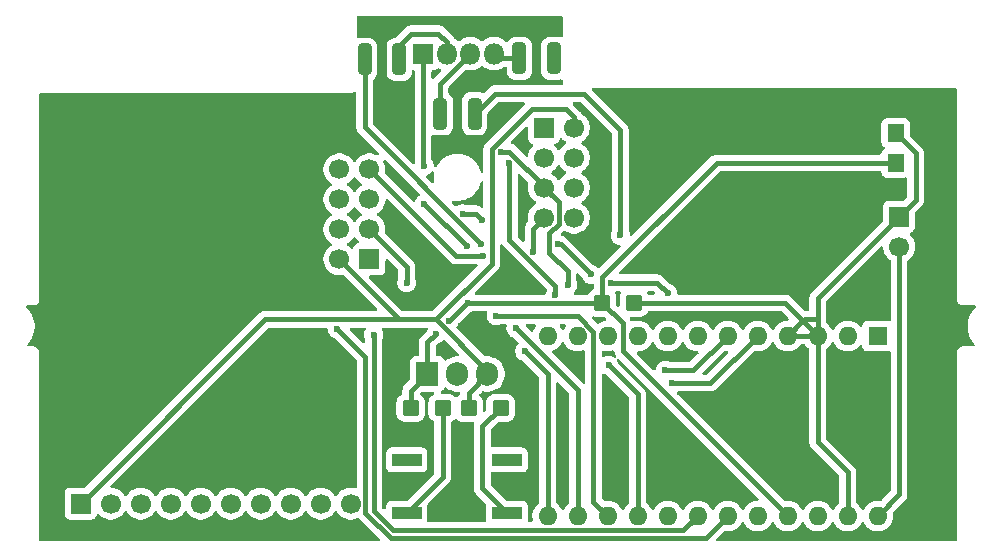
<source format=gbr>
%TF.GenerationSoftware,KiCad,Pcbnew,9.0.2*%
%TF.CreationDate,2025-07-30T22:52:36+05:30*%
%TF.ProjectId,VoidLens VR PCB,566f6964-4c65-46e7-9320-565220504342,rev?*%
%TF.SameCoordinates,Original*%
%TF.FileFunction,Copper,L1,Top*%
%TF.FilePolarity,Positive*%
%FSLAX46Y46*%
G04 Gerber Fmt 4.6, Leading zero omitted, Abs format (unit mm)*
G04 Created by KiCad (PCBNEW 9.0.2) date 2025-07-30 22:52:36*
%MOMM*%
%LPD*%
G01*
G04 APERTURE LIST*
G04 Aperture macros list*
%AMRoundRect*
0 Rectangle with rounded corners*
0 $1 Rounding radius*
0 $2 $3 $4 $5 $6 $7 $8 $9 X,Y pos of 4 corners*
0 Add a 4 corners polygon primitive as box body*
4,1,4,$2,$3,$4,$5,$6,$7,$8,$9,$2,$3,0*
0 Add four circle primitives for the rounded corners*
1,1,$1+$1,$2,$3*
1,1,$1+$1,$4,$5*
1,1,$1+$1,$6,$7*
1,1,$1+$1,$8,$9*
0 Add four rect primitives between the rounded corners*
20,1,$1+$1,$2,$3,$4,$5,0*
20,1,$1+$1,$4,$5,$6,$7,0*
20,1,$1+$1,$6,$7,$8,$9,0*
20,1,$1+$1,$8,$9,$2,$3,0*%
G04 Aperture macros list end*
%TA.AperFunction,SMDPad,CuDef*%
%ADD10RoundRect,0.250000X-0.312500X-1.075000X0.312500X-1.075000X0.312500X1.075000X-0.312500X1.075000X0*%
%TD*%
%TA.AperFunction,ComponentPad*%
%ADD11R,1.700000X1.700000*%
%TD*%
%TA.AperFunction,ComponentPad*%
%ADD12C,1.700000*%
%TD*%
%TA.AperFunction,SMDPad,CuDef*%
%ADD13RoundRect,0.250000X-0.457500X-0.445000X0.457500X-0.445000X0.457500X0.445000X-0.457500X0.445000X0*%
%TD*%
%TA.AperFunction,SMDPad,CuDef*%
%ADD14RoundRect,0.250000X0.312500X1.075000X-0.312500X1.075000X-0.312500X-1.075000X0.312500X-1.075000X0*%
%TD*%
%TA.AperFunction,ComponentPad*%
%ADD15R,1.800000X1.800000*%
%TD*%
%TA.AperFunction,ComponentPad*%
%ADD16O,1.800000X1.800000*%
%TD*%
%TA.AperFunction,SMDPad,CuDef*%
%ADD17R,1.400000X1.500000*%
%TD*%
%TA.AperFunction,SMDPad,CuDef*%
%ADD18RoundRect,0.250000X0.457500X0.445000X-0.457500X0.445000X-0.457500X-0.445000X0.457500X-0.445000X0*%
%TD*%
%TA.AperFunction,ComponentPad*%
%ADD19R,1.905000X2.000000*%
%TD*%
%TA.AperFunction,ComponentPad*%
%ADD20O,1.905000X2.000000*%
%TD*%
%TA.AperFunction,SMDPad,CuDef*%
%ADD21R,2.500000X1.100000*%
%TD*%
%TA.AperFunction,ComponentPad*%
%ADD22R,1.600000X1.600000*%
%TD*%
%TA.AperFunction,ComponentPad*%
%ADD23O,1.600000X1.600000*%
%TD*%
%TA.AperFunction,ViaPad*%
%ADD24C,0.600000*%
%TD*%
%TA.AperFunction,Conductor*%
%ADD25C,0.400000*%
%TD*%
G04 APERTURE END LIST*
D10*
%TO.P,R1,1*%
%TO.N,R*%
X137137500Y-80200000D03*
%TO.P,R1,2*%
%TO.N,Net-(D1-RK)*%
X140062500Y-80200000D03*
%TD*%
D11*
%TO.P,U1,1,GND*%
%TO.N,GND*%
X152310500Y-85975000D03*
D12*
%TO.P,U1,2,VCC*%
%TO.N,+3.3V*%
X154850500Y-85975000D03*
%TO.P,U1,3,CE*%
%TO.N,Net-(U1-CE)*%
X152310500Y-88515000D03*
%TO.P,U1,4,~{CSN}*%
%TO.N,Net-(U1-~{CSN})*%
X154850500Y-88515000D03*
%TO.P,U1,5,SCK*%
%TO.N,SCK*%
X152310500Y-91055000D03*
%TO.P,U1,6,MOSI*%
%TO.N,MOSI*%
X154850500Y-91055000D03*
%TO.P,U1,7,MISO*%
%TO.N,MISO*%
X152310500Y-93595000D03*
%TO.P,U1,8,IRQ*%
%TO.N,unconnected-(U1-IRQ-Pad8)*%
X154850500Y-93595000D03*
%TD*%
D11*
%TO.P,U3,1,VCC*%
%TO.N,+3.3V*%
X113100000Y-117800000D03*
D12*
%TO.P,U3,2,GND*%
%TO.N,GND*%
X115640000Y-117800000D03*
%TO.P,U3,3,SCL*%
%TO.N,Net-(U2-D3{slash}SCL)*%
X118180000Y-117800000D03*
%TO.P,U3,4,SDA*%
%TO.N,Net-(U2-D2{slash}SDA)*%
X120720000Y-117800000D03*
%TO.P,U3,5,EDA
*%
%TO.N,unconnected-(U3-EDA-Pad5)*%
X123260000Y-117800000D03*
%TO.P,U3,6,ECL*%
%TO.N,unconnected-(U3-ECL-Pad6)*%
X125800000Y-117800000D03*
%TO.P,U3,7,ADO*%
%TO.N,unconnected-(U3-ADO-Pad7)*%
X128340000Y-117800000D03*
%TO.P,U3,8,INT*%
%TO.N,unconnected-(U3-INT-Pad8)*%
X130880000Y-117800000D03*
%TO.P,U3,9,NCS*%
%TO.N,unconnected-(U3-NCS-Pad9)*%
X133420000Y-117800000D03*
%TO.P,U3,10,FSYNC*%
%TO.N,unconnected-(U3-FSYNC-Pad10)*%
X135960000Y-117800000D03*
%TD*%
D13*
%TO.P,C1,1*%
%TO.N,+5V*%
X141047500Y-109700000D03*
%TO.P,C1,2*%
%TO.N,GND*%
X143752500Y-109700000D03*
%TD*%
D11*
%TO.P,J1,1,Pin_1*%
%TO.N,GND*%
X182400000Y-93500000D03*
D12*
%TO.P,J1,2,Pin_2*%
%TO.N,Net-(J1-Pin_2)*%
X182400000Y-96040000D03*
%TD*%
D11*
%TO.P,U4,1,GND*%
%TO.N,GND*%
X137540000Y-97120000D03*
D12*
%TO.P,U4,2,VCC*%
%TO.N,+3.3V*%
X135000000Y-97120000D03*
%TO.P,U4,3,CE*%
%TO.N,CE*%
X137540000Y-94580000D03*
%TO.P,U4,4,~{CSN}*%
%TO.N,CSN*%
X135000000Y-94580000D03*
%TO.P,U4,5,SCK*%
%TO.N,SCK*%
X137540000Y-92040000D03*
%TO.P,U4,6,MOSI*%
%TO.N,MOSI*%
X135000000Y-92040000D03*
%TO.P,U4,7,MISO*%
%TO.N,MISO*%
X137540000Y-89500000D03*
%TO.P,U4,8,IRQ*%
%TO.N,unconnected-(U4-IRQ-Pad8)*%
X135000000Y-89500000D03*
%TD*%
D14*
%TO.P,R2,1*%
%TO.N,G*%
X146462500Y-84800000D03*
%TO.P,R2,2*%
%TO.N,Net-(D1-GK)*%
X143537500Y-84800000D03*
%TD*%
D15*
%TO.P,D1,1,A*%
%TO.N,+5V*%
X142095000Y-79700000D03*
D16*
%TO.P,D1,2,RK*%
%TO.N,Net-(D1-RK)*%
X144095000Y-79700000D03*
%TO.P,D1,3,GK*%
%TO.N,Net-(D1-GK)*%
X146095000Y-79700000D03*
%TO.P,D1,4,BK*%
%TO.N,Net-(D1-BK)*%
X148095000Y-79700000D03*
%TD*%
D14*
%TO.P,R3,1*%
%TO.N,B*%
X153162500Y-80100000D03*
%TO.P,R3,2*%
%TO.N,Net-(D1-BK)*%
X150237500Y-80100000D03*
%TD*%
D17*
%TO.P,J2,1,Pin_1*%
%TO.N,+5V*%
X182100000Y-88950000D03*
%TO.P,J2,2,Pin_2*%
%TO.N,GND*%
X182100000Y-86410000D03*
%TD*%
D18*
%TO.P,C2,1*%
%TO.N,GND*%
X148652500Y-109700000D03*
%TO.P,C2,2*%
%TO.N,+3.3V*%
X145947500Y-109700000D03*
%TD*%
D19*
%TO.P,IC1,1,IN*%
%TO.N,+5V*%
X142460000Y-106830000D03*
D20*
%TO.P,IC1,2,GND*%
%TO.N,GND*%
X145000000Y-106830000D03*
%TO.P,IC1,3,OUT*%
%TO.N,+3.3V*%
X147540000Y-106830000D03*
%TD*%
D18*
%TO.P,C3,1*%
%TO.N,GND*%
X159952500Y-100800000D03*
%TO.P,C3,2*%
%TO.N,+5V*%
X157247500Y-100800000D03*
%TD*%
D21*
%TO.P,SW1,1,1*%
%TO.N,SW*%
X140700000Y-114100000D03*
%TO.P,SW1,2,2*%
X149200000Y-114100000D03*
%TO.P,SW1,3,3*%
%TO.N,GND*%
X140700000Y-118600000D03*
%TO.P,SW1,4,4*%
X149200000Y-118600000D03*
%TD*%
D22*
%TO.P,U2,1,D1/TX*%
%TO.N,unconnected-(U2-D1{slash}TX-Pad1)*%
X180580000Y-103600000D03*
D23*
%TO.P,U2,2,D0/RX*%
%TO.N,unconnected-(U2-D0{slash}RX-Pad2)*%
X178040000Y-103600000D03*
%TO.P,U2,3,GND*%
%TO.N,GND*%
X175500000Y-103600000D03*
%TO.P,U2,4,GND*%
X172960000Y-103600000D03*
%TO.P,U2,5,D2/SDA*%
%TO.N,Net-(U2-D2{slash}SDA)*%
X170420000Y-103600000D03*
%TO.P,U2,6,D3/SCL*%
%TO.N,Net-(U2-D3{slash}SCL)*%
X167880000Y-103600000D03*
%TO.P,U2,7,A6/D4*%
%TO.N,SW*%
X165340000Y-103600000D03*
%TO.P,U2,8,D5*%
%TO.N,R*%
X162800000Y-103600000D03*
%TO.P,U2,9,A7/D6*%
%TO.N,G*%
X160260000Y-103600000D03*
%TO.P,U2,10,D7*%
%TO.N,unconnected-(U2-D7-Pad10)*%
X157720000Y-103600000D03*
%TO.P,U2,11,A8/D8*%
%TO.N,Net-(U1-CE)*%
X155180000Y-103600000D03*
%TO.P,U2,12,A9/D9*%
%TO.N,B*%
X152640000Y-103600000D03*
%TO.P,U2,13,A10/D10*%
%TO.N,Net-(U1-~{CSN})*%
X152640000Y-118840000D03*
%TO.P,U2,14,MOSI/D16*%
%TO.N,MOSI*%
X155180000Y-118840000D03*
%TO.P,U2,15,MISO/D14*%
%TO.N,MISO*%
X157720000Y-118840000D03*
%TO.P,U2,16,SCLK/D15*%
%TO.N,SCK*%
X160260000Y-118840000D03*
%TO.P,U2,17,A0*%
%TO.N,SW*%
X162800000Y-118840000D03*
%TO.P,U2,18,A1*%
%TO.N,CE*%
X165340000Y-118840000D03*
%TO.P,U2,19,A2*%
%TO.N,CSN*%
X167880000Y-118840000D03*
%TO.P,U2,20,A3*%
%TO.N,unconnected-(U2-A3-Pad20)*%
X170420000Y-118840000D03*
%TO.P,U2,21,VCC
*%
%TO.N,+5V*%
X172960000Y-118840000D03*
%TO.P,U2,22,RST*%
%TO.N,unconnected-(U2-RST-Pad22)*%
X175500000Y-118840000D03*
%TO.P,U2,23,GND*%
%TO.N,GND*%
X178040000Y-118840000D03*
%TO.P,U2,24,RAW*%
%TO.N,Net-(J1-Pin_2)*%
X180580000Y-118840000D03*
%TD*%
D24*
%TO.N,GND*%
X159952500Y-100800000D03*
X143752500Y-109700000D03*
X148652500Y-109700000D03*
%TO.N,+5V*%
X142200000Y-92400000D03*
X143200000Y-103400000D03*
X144300000Y-102300000D03*
X145800000Y-96000000D03*
X145900000Y-100800000D03*
X142200000Y-89200000D03*
%TO.N,R*%
X162800000Y-100000000D03*
X156300000Y-98400000D03*
X158000000Y-99100000D03*
X147000000Y-95800000D03*
X153486407Y-95837281D03*
%TO.N,G*%
X158800000Y-95100000D03*
%TO.N,B*%
X149400000Y-89000000D03*
X153100000Y-80100000D03*
X153300000Y-100100000D03*
%TO.N,SW*%
X140700000Y-114100000D03*
X149200000Y-114100000D03*
%TO.N,MOSI*%
X149950000Y-102950000D03*
X147100000Y-93800000D03*
X145444975Y-93255025D03*
%TO.N,MISO*%
X151389949Y-96499999D03*
X147200000Y-96800000D03*
X148300000Y-101900000D03*
%TO.N,SCK*%
X157800000Y-106100000D03*
X148700000Y-88000000D03*
X154337613Y-99288073D03*
%TO.N,Net-(U1-~{CSN})*%
X150700000Y-104900000D03*
%TO.N,Net-(U2-D2{slash}SDA)*%
X163200000Y-107600000D03*
%TO.N,Net-(U2-D3{slash}SCL)*%
X162600000Y-106500000D03*
%TO.N,CE*%
X137900000Y-103500000D03*
X140700000Y-99100000D03*
%TO.N,CSN*%
X134800000Y-103000000D03*
%TD*%
D25*
%TO.N,GND*%
X172960000Y-103600000D02*
X175500000Y-103600000D01*
X175500000Y-112600000D02*
X175500000Y-103600000D01*
X147100000Y-111252500D02*
X148652500Y-109700000D01*
X175500000Y-102200000D02*
X175500000Y-100400000D01*
X143752500Y-115547500D02*
X143752500Y-109700000D01*
X175500000Y-103600000D02*
X174250000Y-102350000D01*
X172960000Y-103600000D02*
X174210000Y-102350000D01*
X174400000Y-102200000D02*
X174250000Y-102350000D01*
X183800000Y-88110000D02*
X183800000Y-88200000D01*
X178040000Y-118840000D02*
X178040000Y-115140000D01*
X147100000Y-116500000D02*
X147100000Y-111252500D01*
X182400000Y-93500000D02*
X183800000Y-92100000D01*
X182100000Y-86410000D02*
X183800000Y-88110000D01*
X183800000Y-92100000D02*
X183800000Y-88200000D01*
X149200000Y-118600000D02*
X147100000Y-116500000D01*
X174250000Y-102350000D02*
X172700000Y-100800000D01*
X178040000Y-115140000D02*
X175500000Y-112600000D01*
X140700000Y-118600000D02*
X143752500Y-115547500D01*
X175500000Y-102200000D02*
X174400000Y-102200000D01*
X175500000Y-103600000D02*
X175500000Y-102200000D01*
X174210000Y-102350000D02*
X174250000Y-102350000D01*
X172700000Y-100800000D02*
X159952500Y-100800000D01*
X175500000Y-100400000D02*
X182400000Y-93500000D01*
%TO.N,+5V*%
X145900000Y-100800000D02*
X145800000Y-100800000D01*
X141047500Y-108242500D02*
X142460000Y-106830000D01*
X159000000Y-102552500D02*
X159000000Y-104880000D01*
X141047500Y-109700000D02*
X141047500Y-108242500D01*
X157247500Y-100800000D02*
X157247500Y-98652500D01*
X142460000Y-104640000D02*
X142460000Y-104140000D01*
X153400000Y-100800000D02*
X145900000Y-100800000D01*
X142200000Y-92400000D02*
X145800000Y-96000000D01*
X145800000Y-100800000D02*
X144300000Y-102300000D01*
X159000000Y-104880000D02*
X172960000Y-118840000D01*
X166950000Y-88950000D02*
X182100000Y-88950000D01*
X142460000Y-104140000D02*
X143200000Y-103400000D01*
X157247500Y-98652500D02*
X166950000Y-88950000D01*
X142200000Y-89200000D02*
X142095000Y-89095000D01*
X142095000Y-89095000D02*
X142095000Y-79700000D01*
X142460000Y-106830000D02*
X142460000Y-104640000D01*
X153400000Y-100800000D02*
X157247500Y-100800000D01*
X157247500Y-100800000D02*
X159000000Y-102552500D01*
%TO.N,+3.3V*%
X145947500Y-109700000D02*
X145947500Y-108422500D01*
X151300000Y-84400000D02*
X147900000Y-87800000D01*
X140080000Y-102200000D02*
X128700000Y-102200000D01*
X145947500Y-108422500D02*
X147540000Y-106830000D01*
X154850500Y-85975000D02*
X154850500Y-85050500D01*
X135000000Y-97120000D02*
X140080000Y-102200000D01*
X147900000Y-97500000D02*
X143200000Y-102200000D01*
X128700000Y-102200000D02*
X113100000Y-117800000D01*
X147900000Y-87800000D02*
X147900000Y-97500000D01*
X140080000Y-102200000D02*
X143200000Y-102200000D01*
X147540000Y-106830000D02*
X147540000Y-106540000D01*
X147540000Y-106540000D02*
X143200000Y-102200000D01*
X154850500Y-85050500D02*
X154200000Y-84400000D01*
X154200000Y-84400000D02*
X151300000Y-84400000D01*
%TO.N,Net-(D1-BK)*%
X148495000Y-80100000D02*
X148095000Y-79700000D01*
X150237500Y-80100000D02*
X148495000Y-80100000D01*
%TO.N,Net-(D1-GK)*%
X143537500Y-84800000D02*
X143537500Y-82257500D01*
X143537500Y-82257500D02*
X146095000Y-79700000D01*
%TO.N,Net-(D1-RK)*%
X144095000Y-79700000D02*
X144095000Y-78700000D01*
X140062500Y-79037500D02*
X140062500Y-80200000D01*
X143395000Y-78000000D02*
X141100000Y-78000000D01*
X144095000Y-78700000D02*
X143395000Y-78000000D01*
X141100000Y-78000000D02*
X140062500Y-79037500D01*
%TO.N,Net-(J1-Pin_2)*%
X182400000Y-96040000D02*
X182400000Y-117020000D01*
X182400000Y-117020000D02*
X180580000Y-118840000D01*
%TO.N,R*%
X153486407Y-95837281D02*
X153737281Y-95837281D01*
X158000000Y-99100000D02*
X161900000Y-99100000D01*
X153737281Y-95837281D02*
X156300000Y-98400000D01*
X147000000Y-95800000D02*
X137137500Y-85937500D01*
X137137500Y-85937500D02*
X137137500Y-80200000D01*
X161900000Y-99100000D02*
X162800000Y-100000000D01*
%TO.N,G*%
X155700000Y-83100000D02*
X158800000Y-86200000D01*
X146462500Y-84800000D02*
X148162500Y-83100000D01*
X158800000Y-86200000D02*
X158800000Y-95100000D01*
X148162500Y-83100000D02*
X155700000Y-83100000D01*
%TO.N,B*%
X153300000Y-100100000D02*
X153300000Y-99400000D01*
X153300000Y-99400000D02*
X149400000Y-95500000D01*
X149400000Y-95500000D02*
X149400000Y-89000000D01*
%TO.N,MOSI*%
X146555025Y-93255025D02*
X147100000Y-93800000D01*
X155180000Y-108180000D02*
X155180000Y-118840000D01*
X145444975Y-93255025D02*
X146555025Y-93255025D01*
X149950000Y-102950000D02*
X155180000Y-108180000D01*
%TO.N,MISO*%
X155178471Y-101900000D02*
X148300000Y-101900000D01*
X151389949Y-96499999D02*
X151389949Y-94515551D01*
X157720000Y-118840000D02*
X156519000Y-117639000D01*
X156519000Y-117639000D02*
X156519000Y-103240529D01*
X137540000Y-89500000D02*
X144840000Y-96800000D01*
X156519000Y-103240529D02*
X155178471Y-101900000D01*
X144840000Y-96800000D02*
X147200000Y-96800000D01*
X151389949Y-94515551D02*
X152310500Y-93595000D01*
%TO.N,SCK*%
X152785407Y-94889275D02*
X153561500Y-94113182D01*
X153561500Y-94113182D02*
X153561500Y-92306000D01*
X148900000Y-88000000D02*
X148700000Y-88000000D01*
X153561500Y-92306000D02*
X152310500Y-91055000D01*
X152310500Y-90919136D02*
X149391364Y-88000000D01*
X149391364Y-88000000D02*
X149101000Y-88000000D01*
X152310500Y-91055000D02*
X152310500Y-90919136D01*
X154337613Y-98137613D02*
X152785407Y-96585407D01*
X160260000Y-108560000D02*
X157800000Y-106100000D01*
X152785407Y-96585407D02*
X152785407Y-94889275D01*
X154337613Y-99288073D02*
X154337613Y-98137613D01*
X160260000Y-118840000D02*
X160260000Y-108560000D01*
X149101000Y-88000000D02*
X148900000Y-88000000D01*
%TO.N,Net-(U1-~{CSN})*%
X152640000Y-118840000D02*
X152640000Y-106840000D01*
X152640000Y-106840000D02*
X150700000Y-104900000D01*
%TO.N,Net-(U2-D2{slash}SDA)*%
X163200000Y-107600000D02*
X166420000Y-107600000D01*
X166420000Y-107600000D02*
X170420000Y-103600000D01*
%TO.N,Net-(U2-D3{slash}SCL)*%
X164980000Y-106500000D02*
X167880000Y-103600000D01*
X162600000Y-106500000D02*
X164980000Y-106500000D01*
%TO.N,CE*%
X139539000Y-120041000D02*
X137900000Y-118402000D01*
X137900000Y-118402000D02*
X137900000Y-103500000D01*
X140700000Y-99100000D02*
X140700000Y-97740000D01*
X140700000Y-97740000D02*
X137540000Y-94580000D01*
X165340000Y-118840000D02*
X164139000Y-120041000D01*
X164139000Y-120041000D02*
X139539000Y-120041000D01*
%TO.N,CSN*%
X139348058Y-120700000D02*
X137211000Y-118562942D01*
X137200000Y-105400000D02*
X134800000Y-103000000D01*
X166020000Y-120700000D02*
X139348058Y-120700000D01*
X167880000Y-118840000D02*
X166020000Y-120700000D01*
X137211000Y-118562942D02*
X137211000Y-110611000D01*
X137211000Y-110611000D02*
X137200000Y-110600000D01*
X137200000Y-110600000D02*
X137200000Y-105400000D01*
%TD*%
%TA.AperFunction,NonConductor*%
G36*
X143423119Y-80944551D02*
G01*
X143437949Y-80942956D01*
X143471438Y-80954101D01*
X143471814Y-80954289D01*
X143557394Y-80997895D01*
X143561785Y-80999321D01*
X143570107Y-81003487D01*
X143621246Y-81051096D01*
X143638527Y-81118795D01*
X143616465Y-81185090D01*
X143602287Y-81202054D01*
X143007181Y-81797161D01*
X142945858Y-81830646D01*
X142876167Y-81825662D01*
X142820233Y-81783791D01*
X142795816Y-81718326D01*
X142795500Y-81709480D01*
X142795500Y-81224499D01*
X142815185Y-81157460D01*
X142867989Y-81111705D01*
X142919500Y-81100499D01*
X143042871Y-81100499D01*
X143042872Y-81100499D01*
X143102483Y-81094091D01*
X143237331Y-81043796D01*
X143291177Y-81003487D01*
X143341626Y-80965721D01*
X143356291Y-80960250D01*
X143368480Y-80950428D01*
X143388358Y-80948289D01*
X143407090Y-80941303D01*
X143423119Y-80944551D01*
G37*
%TD.AperFunction*%
%TA.AperFunction,NonConductor*%
G36*
X153774078Y-86858488D02*
G01*
X153828918Y-86870417D01*
X153857173Y-86891569D01*
X153970713Y-87005109D01*
X154142682Y-87130050D01*
X154151446Y-87134516D01*
X154202242Y-87182491D01*
X154219036Y-87250312D01*
X154196498Y-87316447D01*
X154151446Y-87355484D01*
X154142682Y-87359949D01*
X153970713Y-87484890D01*
X153820390Y-87635213D01*
X153695449Y-87807182D01*
X153690984Y-87815946D01*
X153643009Y-87866742D01*
X153575188Y-87883536D01*
X153509053Y-87860998D01*
X153470016Y-87815946D01*
X153465550Y-87807182D01*
X153340609Y-87635213D01*
X153227069Y-87521673D01*
X153193584Y-87460350D01*
X153198568Y-87390658D01*
X153240440Y-87334725D01*
X153271415Y-87317810D01*
X153402831Y-87268796D01*
X153518046Y-87182546D01*
X153604296Y-87067331D01*
X153653311Y-86935914D01*
X153695182Y-86879983D01*
X153752152Y-86858734D01*
X153760645Y-86855566D01*
X153760646Y-86855566D01*
X153774078Y-86858488D01*
G37*
%TD.AperFunction*%
%TA.AperFunction,NonConductor*%
G36*
X150879334Y-85913835D02*
G01*
X150935267Y-85955707D01*
X150959684Y-86021171D01*
X150960000Y-86030017D01*
X150960000Y-86872870D01*
X150960001Y-86872876D01*
X150966408Y-86932483D01*
X151016702Y-87067328D01*
X151016706Y-87067335D01*
X151102952Y-87182544D01*
X151102955Y-87182547D01*
X151218164Y-87268793D01*
X151218171Y-87268797D01*
X151349582Y-87317810D01*
X151405516Y-87359681D01*
X151429933Y-87425145D01*
X151415082Y-87493418D01*
X151393931Y-87521673D01*
X151280389Y-87635215D01*
X151155451Y-87807179D01*
X151058944Y-87996585D01*
X150993253Y-88198759D01*
X150974926Y-88314469D01*
X150944996Y-88377603D01*
X150885684Y-88414534D01*
X150815822Y-88413536D01*
X150764772Y-88382751D01*
X149837910Y-87455888D01*
X149837909Y-87455887D01*
X149723171Y-87379222D01*
X149603481Y-87329646D01*
X149549077Y-87285805D01*
X149527012Y-87219511D01*
X149544291Y-87151812D01*
X149563248Y-87127407D01*
X150748321Y-85942334D01*
X150809642Y-85908851D01*
X150879334Y-85913835D01*
G37*
%TD.AperFunction*%
%TA.AperFunction,NonConductor*%
G36*
X153842539Y-76520185D02*
G01*
X153888294Y-76572989D01*
X153899500Y-76624500D01*
X153899500Y-78203314D01*
X153879815Y-78270353D01*
X153827011Y-78316108D01*
X153757853Y-78326052D01*
X153736497Y-78321020D01*
X153627799Y-78285001D01*
X153627795Y-78285000D01*
X153525010Y-78274500D01*
X152799998Y-78274500D01*
X152799980Y-78274501D01*
X152697203Y-78285000D01*
X152697200Y-78285001D01*
X152530668Y-78340185D01*
X152530663Y-78340187D01*
X152381342Y-78432289D01*
X152257289Y-78556342D01*
X152165187Y-78705663D01*
X152165186Y-78705666D01*
X152110001Y-78872203D01*
X152110001Y-78872204D01*
X152110000Y-78872204D01*
X152099500Y-78974983D01*
X152099500Y-81225001D01*
X152099501Y-81225018D01*
X152110000Y-81327796D01*
X152110001Y-81327799D01*
X152143137Y-81427795D01*
X152165186Y-81494334D01*
X152257288Y-81643656D01*
X152381344Y-81767712D01*
X152530666Y-81859814D01*
X152697203Y-81914999D01*
X152799991Y-81925500D01*
X153525008Y-81925499D01*
X153525016Y-81925498D01*
X153525019Y-81925498D01*
X153603705Y-81917460D01*
X153627797Y-81914999D01*
X153736498Y-81878978D01*
X153806324Y-81876577D01*
X153866366Y-81912308D01*
X153897559Y-81974828D01*
X153899500Y-81996685D01*
X153899500Y-82034108D01*
X153899500Y-82165892D01*
X153920270Y-82243407D01*
X153918607Y-82313257D01*
X153879444Y-82371119D01*
X153815216Y-82398623D01*
X153800495Y-82399500D01*
X148093504Y-82399500D01*
X147958177Y-82426418D01*
X147958167Y-82426421D01*
X147830692Y-82479222D01*
X147715954Y-82555887D01*
X147248597Y-83023244D01*
X147187274Y-83056729D01*
X147117582Y-83051745D01*
X147095824Y-83041104D01*
X147094345Y-83040192D01*
X147094338Y-83040188D01*
X147094334Y-83040186D01*
X146927797Y-82985001D01*
X146927795Y-82985000D01*
X146825010Y-82974500D01*
X146099998Y-82974500D01*
X146099980Y-82974501D01*
X145997203Y-82985000D01*
X145997200Y-82985001D01*
X145830668Y-83040185D01*
X145830663Y-83040187D01*
X145681342Y-83132289D01*
X145557289Y-83256342D01*
X145465187Y-83405663D01*
X145465186Y-83405666D01*
X145410001Y-83572203D01*
X145410001Y-83572204D01*
X145410000Y-83572204D01*
X145399500Y-83674983D01*
X145399500Y-85925001D01*
X145399501Y-85925018D01*
X145410000Y-86027796D01*
X145410001Y-86027799D01*
X145465185Y-86194331D01*
X145465186Y-86194334D01*
X145557288Y-86343656D01*
X145681344Y-86467712D01*
X145830666Y-86559814D01*
X145997203Y-86614999D01*
X146099991Y-86625500D01*
X146825008Y-86625499D01*
X146825016Y-86625498D01*
X146825019Y-86625498D01*
X146881302Y-86619748D01*
X146927797Y-86614999D01*
X147094334Y-86559814D01*
X147243656Y-86467712D01*
X147367712Y-86343656D01*
X147459814Y-86194334D01*
X147514999Y-86027797D01*
X147525500Y-85925009D01*
X147525499Y-84779017D01*
X147545184Y-84711979D01*
X147561813Y-84691342D01*
X148416338Y-83836819D01*
X148477661Y-83803334D01*
X148504019Y-83800500D01*
X150609480Y-83800500D01*
X150676519Y-83820185D01*
X150722274Y-83872989D01*
X150732218Y-83942147D01*
X150703193Y-84005703D01*
X150697161Y-84012181D01*
X147355888Y-87353453D01*
X147355887Y-87353454D01*
X147279224Y-87468190D01*
X147226421Y-87595666D01*
X147226420Y-87595672D01*
X147221418Y-87620821D01*
X147199500Y-87731004D01*
X147199500Y-89707437D01*
X147179815Y-89774476D01*
X147127011Y-89820231D01*
X147057853Y-89830175D01*
X146994297Y-89801150D01*
X146956523Y-89742372D01*
X146955725Y-89739531D01*
X146952051Y-89725819D01*
X146898398Y-89525581D01*
X146898394Y-89525571D01*
X146798046Y-89283309D01*
X146798041Y-89283299D01*
X146666924Y-89056196D01*
X146544424Y-88896554D01*
X146507282Y-88848149D01*
X146507281Y-88848148D01*
X146507274Y-88848140D01*
X146321860Y-88662726D01*
X146321851Y-88662718D01*
X146113803Y-88503075D01*
X145886700Y-88371958D01*
X145886690Y-88371953D01*
X145644428Y-88271605D01*
X145644421Y-88271603D01*
X145644419Y-88271602D01*
X145391116Y-88203730D01*
X145333339Y-88196123D01*
X145131127Y-88169500D01*
X145131120Y-88169500D01*
X144868880Y-88169500D01*
X144868872Y-88169500D01*
X144646634Y-88198760D01*
X144608884Y-88203730D01*
X144355581Y-88271602D01*
X144355571Y-88271605D01*
X144113309Y-88371953D01*
X144113299Y-88371958D01*
X143886196Y-88503075D01*
X143678148Y-88662718D01*
X143492718Y-88848148D01*
X143333075Y-89056196D01*
X143231887Y-89231462D01*
X143181320Y-89279677D01*
X143112713Y-89292901D01*
X143047849Y-89266933D01*
X143007320Y-89210019D01*
X143000500Y-89169462D01*
X143000500Y-89121155D01*
X143000499Y-89121153D01*
X142984028Y-89038349D01*
X142969737Y-88966503D01*
X142920714Y-88848149D01*
X142909397Y-88820827D01*
X142909390Y-88820814D01*
X142818405Y-88684646D01*
X142820061Y-88683539D01*
X142796332Y-88627652D01*
X142795500Y-88613309D01*
X142795500Y-86695028D01*
X142815185Y-86627989D01*
X142867989Y-86582234D01*
X142937147Y-86572290D01*
X142958495Y-86577320D01*
X143072203Y-86614999D01*
X143174991Y-86625500D01*
X143900008Y-86625499D01*
X143900016Y-86625498D01*
X143900019Y-86625498D01*
X143956302Y-86619748D01*
X144002797Y-86614999D01*
X144169334Y-86559814D01*
X144318656Y-86467712D01*
X144442712Y-86343656D01*
X144534814Y-86194334D01*
X144589999Y-86027797D01*
X144600500Y-85925009D01*
X144600499Y-83674992D01*
X144589999Y-83572203D01*
X144534814Y-83405666D01*
X144442712Y-83256344D01*
X144318656Y-83132288D01*
X144306030Y-83124500D01*
X144296900Y-83118868D01*
X144250177Y-83066918D01*
X144238000Y-83013331D01*
X144238000Y-82599018D01*
X144257685Y-82531979D01*
X144274314Y-82511342D01*
X145681449Y-81104206D01*
X145742770Y-81070723D01*
X145788522Y-81069416D01*
X145984778Y-81100500D01*
X145984779Y-81100500D01*
X146205221Y-81100500D01*
X146205222Y-81100500D01*
X146422951Y-81066015D01*
X146632606Y-80997895D01*
X146829022Y-80897815D01*
X147007365Y-80768242D01*
X147007371Y-80768235D01*
X147011061Y-80765085D01*
X147011736Y-80765875D01*
X147068642Y-80734803D01*
X147138334Y-80739787D01*
X147178498Y-80765600D01*
X147178939Y-80765085D01*
X147182641Y-80768247D01*
X147259630Y-80824182D01*
X147360978Y-80897815D01*
X147483512Y-80960250D01*
X147557393Y-80997895D01*
X147557396Y-80997896D01*
X147662221Y-81031955D01*
X147767049Y-81066015D01*
X147984778Y-81100500D01*
X147984779Y-81100500D01*
X148205221Y-81100500D01*
X148205222Y-81100500D01*
X148422951Y-81066015D01*
X148632606Y-80997895D01*
X148829022Y-80897815D01*
X148896278Y-80848950D01*
X148930370Y-80824182D01*
X148950414Y-80817029D01*
X148968320Y-80805523D01*
X148992346Y-80802068D01*
X148996176Y-80800702D01*
X149003255Y-80800500D01*
X149050501Y-80800500D01*
X149117540Y-80820185D01*
X149163295Y-80872989D01*
X149174501Y-80924500D01*
X149174501Y-81225018D01*
X149185000Y-81327796D01*
X149185001Y-81327799D01*
X149218137Y-81427795D01*
X149240186Y-81494334D01*
X149332288Y-81643656D01*
X149456344Y-81767712D01*
X149605666Y-81859814D01*
X149772203Y-81914999D01*
X149874991Y-81925500D01*
X150600008Y-81925499D01*
X150600016Y-81925498D01*
X150600019Y-81925498D01*
X150678705Y-81917460D01*
X150702797Y-81914999D01*
X150869334Y-81859814D01*
X151018656Y-81767712D01*
X151142712Y-81643656D01*
X151234814Y-81494334D01*
X151289999Y-81327797D01*
X151300500Y-81225009D01*
X151300499Y-78974992D01*
X151289999Y-78872203D01*
X151234814Y-78705666D01*
X151142712Y-78556344D01*
X151018656Y-78432288D01*
X150869334Y-78340186D01*
X150702797Y-78285001D01*
X150702795Y-78285000D01*
X150600010Y-78274500D01*
X149874998Y-78274500D01*
X149874980Y-78274501D01*
X149772203Y-78285000D01*
X149772200Y-78285001D01*
X149605668Y-78340185D01*
X149605663Y-78340187D01*
X149456342Y-78432289D01*
X149332289Y-78556342D01*
X149261890Y-78670478D01*
X149209942Y-78717202D01*
X149140979Y-78728425D01*
X149076897Y-78700581D01*
X149068670Y-78693063D01*
X149040804Y-78665197D01*
X149007365Y-78631758D01*
X149007361Y-78631755D01*
X149007357Y-78631751D01*
X148829025Y-78502187D01*
X148829024Y-78502186D01*
X148829022Y-78502185D01*
X148755829Y-78464891D01*
X148632606Y-78402104D01*
X148632603Y-78402103D01*
X148422952Y-78333985D01*
X148310080Y-78316108D01*
X148205222Y-78299500D01*
X147984778Y-78299500D01*
X147912201Y-78310995D01*
X147767047Y-78333985D01*
X147557396Y-78402103D01*
X147557393Y-78402104D01*
X147360974Y-78502187D01*
X147182641Y-78631752D01*
X147178939Y-78634915D01*
X147178263Y-78634124D01*
X147121358Y-78665197D01*
X147051666Y-78660213D01*
X147011501Y-78634399D01*
X147011061Y-78634915D01*
X147007358Y-78631752D01*
X146829025Y-78502187D01*
X146829024Y-78502186D01*
X146829022Y-78502185D01*
X146755829Y-78464891D01*
X146632606Y-78402104D01*
X146632603Y-78402103D01*
X146422952Y-78333985D01*
X146310080Y-78316108D01*
X146205222Y-78299500D01*
X145984778Y-78299500D01*
X145912201Y-78310995D01*
X145767047Y-78333985D01*
X145557396Y-78402103D01*
X145557393Y-78402104D01*
X145360974Y-78502187D01*
X145182641Y-78631752D01*
X145178939Y-78634915D01*
X145178263Y-78634124D01*
X145121358Y-78665197D01*
X145051666Y-78660213D01*
X145011501Y-78634399D01*
X145011061Y-78634915D01*
X145007358Y-78631752D01*
X144829025Y-78502186D01*
X144796587Y-78485658D01*
X144745792Y-78437683D01*
X144738328Y-78422637D01*
X144715775Y-78368189D01*
X144715771Y-78368182D01*
X144639115Y-78253459D01*
X144639114Y-78253458D01*
X144541542Y-78155886D01*
X143841546Y-77455888D01*
X143841545Y-77455887D01*
X143726807Y-77379222D01*
X143599332Y-77326421D01*
X143599322Y-77326418D01*
X143463996Y-77299500D01*
X143463994Y-77299500D01*
X143463993Y-77299500D01*
X141168994Y-77299500D01*
X141031006Y-77299500D01*
X141031004Y-77299500D01*
X140895677Y-77326418D01*
X140895667Y-77326421D01*
X140768192Y-77379222D01*
X140653454Y-77455887D01*
X139770000Y-78339341D01*
X139708677Y-78372826D01*
X139694921Y-78375018D01*
X139597202Y-78385001D01*
X139597200Y-78385001D01*
X139430668Y-78440185D01*
X139430663Y-78440187D01*
X139281342Y-78532289D01*
X139157289Y-78656342D01*
X139065187Y-78805663D01*
X139065185Y-78805668D01*
X139043139Y-78872200D01*
X139010001Y-78972203D01*
X139010001Y-78972204D01*
X139010000Y-78972204D01*
X138999500Y-79074983D01*
X138999500Y-81325001D01*
X138999501Y-81325018D01*
X139010000Y-81427796D01*
X139010001Y-81427799D01*
X139065185Y-81594331D01*
X139065186Y-81594334D01*
X139157288Y-81743656D01*
X139281344Y-81867712D01*
X139430666Y-81959814D01*
X139597203Y-82014999D01*
X139699991Y-82025500D01*
X140425008Y-82025499D01*
X140425016Y-82025498D01*
X140425019Y-82025498D01*
X140481302Y-82019748D01*
X140527797Y-82014999D01*
X140694334Y-81959814D01*
X140843656Y-81867712D01*
X140967712Y-81743656D01*
X141059814Y-81594334D01*
X141114999Y-81427797D01*
X141125500Y-81325009D01*
X141125499Y-81224498D01*
X141128049Y-81215813D01*
X141126761Y-81206852D01*
X141137738Y-81182813D01*
X141145183Y-81157461D01*
X141152024Y-81151532D01*
X141155786Y-81143296D01*
X141178016Y-81129009D01*
X141197986Y-81111705D01*
X141208502Y-81109417D01*
X141214564Y-81105522D01*
X141249494Y-81100499D01*
X141270501Y-81100499D01*
X141337539Y-81120184D01*
X141383294Y-81172988D01*
X141394500Y-81224499D01*
X141394500Y-88904481D01*
X141374815Y-88971520D01*
X141322011Y-89017275D01*
X141252853Y-89027219D01*
X141189297Y-88998194D01*
X141182819Y-88992162D01*
X137874319Y-85683662D01*
X137840834Y-85622339D01*
X137838000Y-85595981D01*
X137838000Y-81986667D01*
X137857685Y-81919628D01*
X137896905Y-81881127D01*
X137918656Y-81867712D01*
X138042712Y-81743656D01*
X138134814Y-81594334D01*
X138189999Y-81427797D01*
X138200500Y-81325009D01*
X138200499Y-79074992D01*
X138189999Y-78972203D01*
X138134814Y-78805666D01*
X138042712Y-78656344D01*
X137918656Y-78532288D01*
X137825888Y-78475069D01*
X137769336Y-78440187D01*
X137769331Y-78440185D01*
X137745499Y-78432288D01*
X137602797Y-78385001D01*
X137602795Y-78385000D01*
X137500010Y-78374500D01*
X136774998Y-78374500D01*
X136774980Y-78374501D01*
X136672203Y-78385000D01*
X136672202Y-78385001D01*
X136663502Y-78387884D01*
X136593674Y-78390284D01*
X136533632Y-78354552D01*
X136502441Y-78292031D01*
X136500500Y-78270177D01*
X136500500Y-76624500D01*
X136520185Y-76557461D01*
X136572989Y-76511706D01*
X136624500Y-76500500D01*
X153134108Y-76500500D01*
X153334108Y-76500500D01*
X153775500Y-76500500D01*
X153842539Y-76520185D01*
G37*
%TD.AperFunction*%
%TA.AperFunction,NonConductor*%
G36*
X153651944Y-89168999D02*
G01*
X153690986Y-89214056D01*
X153695451Y-89222820D01*
X153820390Y-89394786D01*
X153970713Y-89545109D01*
X154142682Y-89670050D01*
X154151446Y-89674516D01*
X154202242Y-89722491D01*
X154219036Y-89790312D01*
X154196498Y-89856447D01*
X154151446Y-89895484D01*
X154142682Y-89899949D01*
X153970713Y-90024890D01*
X153820390Y-90175213D01*
X153695449Y-90347182D01*
X153690984Y-90355946D01*
X153643009Y-90406742D01*
X153575188Y-90423536D01*
X153509053Y-90400998D01*
X153470016Y-90355946D01*
X153465550Y-90347182D01*
X153340609Y-90175213D01*
X153190286Y-90024890D01*
X153018320Y-89899951D01*
X153017615Y-89899591D01*
X153009554Y-89895485D01*
X152958759Y-89847512D01*
X152941963Y-89779692D01*
X152964499Y-89713556D01*
X153009554Y-89674515D01*
X153018316Y-89670051D01*
X153045226Y-89650500D01*
X153190286Y-89545109D01*
X153190288Y-89545106D01*
X153190292Y-89545104D01*
X153340604Y-89394792D01*
X153340606Y-89394788D01*
X153340609Y-89394786D01*
X153465548Y-89222820D01*
X153465547Y-89222820D01*
X153465551Y-89222816D01*
X153470014Y-89214054D01*
X153517988Y-89163259D01*
X153585808Y-89146463D01*
X153651944Y-89168999D01*
G37*
%TD.AperFunction*%
%TA.AperFunction,NonConductor*%
G36*
X142909187Y-89682769D02*
G01*
X142939160Y-89682413D01*
X142943668Y-89685235D01*
X142948976Y-89685615D01*
X142972976Y-89703580D01*
X142998383Y-89719485D01*
X143000650Y-89724297D01*
X143004910Y-89727486D01*
X143015387Y-89755577D01*
X143028162Y-89782691D01*
X143028249Y-89790061D01*
X143029327Y-89792950D01*
X143028582Y-89817982D01*
X142999501Y-90038870D01*
X142999500Y-90038886D01*
X142999500Y-90301127D01*
X143028798Y-90523654D01*
X143018033Y-90592690D01*
X142971653Y-90644946D01*
X142904384Y-90663831D01*
X142837583Y-90643351D01*
X142818178Y-90627521D01*
X142369744Y-90179087D01*
X142336259Y-90117764D01*
X142341243Y-90048072D01*
X142383115Y-89992139D01*
X142427870Y-89972184D01*
X142427665Y-89971506D01*
X142433066Y-89969867D01*
X142433247Y-89969786D01*
X142433497Y-89969737D01*
X142546166Y-89923067D01*
X142579172Y-89909397D01*
X142579172Y-89909396D01*
X142579179Y-89909394D01*
X142710289Y-89821789D01*
X142817963Y-89714114D01*
X142844274Y-89699747D01*
X142869295Y-89683244D01*
X142874614Y-89683180D01*
X142879284Y-89680631D01*
X142909187Y-89682769D01*
G37*
%TD.AperFunction*%
%TA.AperFunction,NonConductor*%
G36*
X136341444Y-90153999D02*
G01*
X136380484Y-90199054D01*
X136384591Y-90207115D01*
X136384951Y-90207820D01*
X136509890Y-90379786D01*
X136660213Y-90530109D01*
X136832182Y-90655050D01*
X136840946Y-90659516D01*
X136891742Y-90707491D01*
X136908536Y-90775312D01*
X136885998Y-90841447D01*
X136840946Y-90880484D01*
X136832182Y-90884949D01*
X136660213Y-91009890D01*
X136509890Y-91160213D01*
X136384949Y-91332182D01*
X136380484Y-91340946D01*
X136332509Y-91391742D01*
X136264688Y-91408536D01*
X136198553Y-91385998D01*
X136159516Y-91340946D01*
X136155050Y-91332182D01*
X136030109Y-91160213D01*
X135879786Y-91009890D01*
X135707820Y-90884951D01*
X135707115Y-90884591D01*
X135699054Y-90880485D01*
X135648259Y-90832512D01*
X135631463Y-90764692D01*
X135653999Y-90698556D01*
X135699054Y-90659515D01*
X135707816Y-90655051D01*
X135745708Y-90627521D01*
X135879786Y-90530109D01*
X135879788Y-90530106D01*
X135879792Y-90530104D01*
X136030104Y-90379792D01*
X136030106Y-90379788D01*
X136030109Y-90379786D01*
X136155048Y-90207820D01*
X136155047Y-90207820D01*
X136155051Y-90207816D01*
X136159514Y-90199054D01*
X136207488Y-90148259D01*
X136275308Y-90131463D01*
X136341444Y-90153999D01*
G37*
%TD.AperFunction*%
%TA.AperFunction,NonConductor*%
G36*
X138930268Y-88720926D02*
G01*
X141761414Y-91552071D01*
X141794899Y-91613394D01*
X141789915Y-91683086D01*
X141748043Y-91739019D01*
X141742625Y-91742853D01*
X141689713Y-91778208D01*
X141689707Y-91778213D01*
X141578213Y-91889707D01*
X141578210Y-91889711D01*
X141490609Y-92020814D01*
X141490604Y-92020824D01*
X141433006Y-92159879D01*
X141389165Y-92214282D01*
X141322871Y-92236347D01*
X141255171Y-92219068D01*
X141230764Y-92200107D01*
X138900507Y-89869850D01*
X138867022Y-89808527D01*
X138865715Y-89762771D01*
X138866855Y-89755577D01*
X138890500Y-89606287D01*
X138890500Y-89393713D01*
X138857246Y-89183757D01*
X138791557Y-88981588D01*
X138732101Y-88864900D01*
X138719206Y-88796233D01*
X138745482Y-88731493D01*
X138802588Y-88691235D01*
X138872394Y-88688243D01*
X138930268Y-88720926D01*
G37*
%TD.AperFunction*%
%TA.AperFunction,NonConductor*%
G36*
X147124312Y-90518574D02*
G01*
X147178190Y-90563059D01*
X147199465Y-90629611D01*
X147199500Y-90632562D01*
X147199500Y-92611176D01*
X147179815Y-92678215D01*
X147127011Y-92723970D01*
X147057853Y-92733914D01*
X147006610Y-92714279D01*
X146936919Y-92667714D01*
X146886836Y-92634250D01*
X146886833Y-92634248D01*
X146886832Y-92634248D01*
X146759357Y-92581446D01*
X146759347Y-92581443D01*
X146624021Y-92554525D01*
X146624019Y-92554525D01*
X146624018Y-92554525D01*
X145870291Y-92554525D01*
X145822839Y-92545086D01*
X145678476Y-92485289D01*
X145678464Y-92485286D01*
X145523820Y-92454525D01*
X145523817Y-92454525D01*
X145366133Y-92454525D01*
X145366130Y-92454525D01*
X145211485Y-92485286D01*
X145211473Y-92485289D01*
X145065802Y-92545627D01*
X145065789Y-92545634D01*
X144952884Y-92621076D01*
X144886206Y-92641954D01*
X144818826Y-92623470D01*
X144796312Y-92605655D01*
X144542478Y-92351821D01*
X144508993Y-92290498D01*
X144513977Y-92220806D01*
X144555849Y-92164873D01*
X144621313Y-92140456D01*
X144646335Y-92141200D01*
X144868880Y-92170500D01*
X144868887Y-92170500D01*
X145131113Y-92170500D01*
X145131120Y-92170500D01*
X145391116Y-92136270D01*
X145644419Y-92068398D01*
X145886697Y-91968043D01*
X146113803Y-91836924D01*
X146321851Y-91677282D01*
X146321855Y-91677277D01*
X146321860Y-91677274D01*
X146507274Y-91491860D01*
X146507277Y-91491855D01*
X146507282Y-91491851D01*
X146666924Y-91283803D01*
X146798043Y-91056697D01*
X146898398Y-90814419D01*
X146955725Y-90600467D01*
X146992090Y-90540808D01*
X147054937Y-90510279D01*
X147124312Y-90518574D01*
G37*
%TD.AperFunction*%
%TA.AperFunction,NonConductor*%
G36*
X136341444Y-92693999D02*
G01*
X136380486Y-92739056D01*
X136384951Y-92747820D01*
X136509890Y-92919786D01*
X136660213Y-93070109D01*
X136832182Y-93195050D01*
X136840946Y-93199516D01*
X136891742Y-93247491D01*
X136908536Y-93315312D01*
X136885998Y-93381447D01*
X136840946Y-93420484D01*
X136832182Y-93424949D01*
X136660213Y-93549890D01*
X136509890Y-93700213D01*
X136384949Y-93872182D01*
X136380484Y-93880946D01*
X136332509Y-93931742D01*
X136264688Y-93948536D01*
X136198553Y-93925998D01*
X136159516Y-93880946D01*
X136155050Y-93872182D01*
X136030109Y-93700213D01*
X135879786Y-93549890D01*
X135707820Y-93424951D01*
X135707115Y-93424591D01*
X135699054Y-93420485D01*
X135648259Y-93372512D01*
X135631463Y-93304692D01*
X135653999Y-93238556D01*
X135699054Y-93199515D01*
X135707816Y-93195051D01*
X135783372Y-93140157D01*
X135879786Y-93070109D01*
X135879788Y-93070106D01*
X135879792Y-93070104D01*
X136030104Y-92919792D01*
X136030106Y-92919788D01*
X136030109Y-92919786D01*
X136155048Y-92747820D01*
X136155047Y-92747820D01*
X136155051Y-92747816D01*
X136159514Y-92739054D01*
X136207488Y-92688259D01*
X136275308Y-92671463D01*
X136341444Y-92693999D01*
G37*
%TD.AperFunction*%
%TA.AperFunction,NonConductor*%
G36*
X150305703Y-89905442D02*
G01*
X150312181Y-89911474D01*
X150975378Y-90574671D01*
X151008863Y-90635994D01*
X151005629Y-90700668D01*
X150993253Y-90738757D01*
X150960000Y-90948713D01*
X150960000Y-91161286D01*
X150987067Y-91332184D01*
X150993254Y-91371243D01*
X151042104Y-91521588D01*
X151058944Y-91573414D01*
X151155451Y-91762820D01*
X151280390Y-91934786D01*
X151430713Y-92085109D01*
X151602682Y-92210050D01*
X151611446Y-92214516D01*
X151662242Y-92262491D01*
X151679036Y-92330312D01*
X151656498Y-92396447D01*
X151611446Y-92435484D01*
X151602682Y-92439949D01*
X151430713Y-92564890D01*
X151280390Y-92715213D01*
X151155451Y-92887179D01*
X151058944Y-93076585D01*
X150993253Y-93278760D01*
X150960000Y-93488713D01*
X150960000Y-93701287D01*
X150959999Y-93701287D01*
X150984784Y-93857771D01*
X150975829Y-93927064D01*
X150949993Y-93964848D01*
X150845836Y-94069006D01*
X150845834Y-94069009D01*
X150769171Y-94183743D01*
X150716370Y-94311218D01*
X150716367Y-94311230D01*
X150693638Y-94425498D01*
X150693638Y-94425503D01*
X150689449Y-94446558D01*
X150689449Y-95499430D01*
X150669764Y-95566469D01*
X150616960Y-95612224D01*
X150547802Y-95622168D01*
X150484246Y-95593143D01*
X150477768Y-95587111D01*
X150136819Y-95246162D01*
X150103334Y-95184839D01*
X150100500Y-95158481D01*
X150100500Y-89999155D01*
X150120185Y-89932116D01*
X150172989Y-89886361D01*
X150242147Y-89876417D01*
X150305703Y-89905442D01*
G37*
%TD.AperFunction*%
%TA.AperFunction,NonConductor*%
G36*
X136341444Y-95233999D02*
G01*
X136380486Y-95279056D01*
X136384951Y-95287820D01*
X136509890Y-95459786D01*
X136623430Y-95573326D01*
X136656915Y-95634649D01*
X136651931Y-95704341D01*
X136610059Y-95760274D01*
X136579083Y-95777189D01*
X136447669Y-95826203D01*
X136447664Y-95826206D01*
X136332455Y-95912452D01*
X136332452Y-95912455D01*
X136246206Y-96027664D01*
X136246203Y-96027669D01*
X136197189Y-96159083D01*
X136155317Y-96215016D01*
X136089853Y-96239433D01*
X136021580Y-96224581D01*
X135993326Y-96203430D01*
X135879786Y-96089890D01*
X135707820Y-95964951D01*
X135707115Y-95964591D01*
X135699054Y-95960485D01*
X135648259Y-95912512D01*
X135631463Y-95844692D01*
X135653999Y-95778556D01*
X135699054Y-95739515D01*
X135707816Y-95735051D01*
X135750103Y-95704328D01*
X135879786Y-95610109D01*
X135879788Y-95610106D01*
X135879792Y-95610104D01*
X136030104Y-95459792D01*
X136030106Y-95459788D01*
X136030109Y-95459786D01*
X136155048Y-95287820D01*
X136155047Y-95287820D01*
X136155051Y-95287816D01*
X136159514Y-95279054D01*
X136207488Y-95228259D01*
X136275308Y-95211463D01*
X136341444Y-95233999D01*
G37*
%TD.AperFunction*%
%TA.AperFunction,NonConductor*%
G36*
X155425520Y-83820185D02*
G01*
X155446162Y-83836819D01*
X158063181Y-86453838D01*
X158096666Y-86515161D01*
X158099500Y-86541519D01*
X158099500Y-94674684D01*
X158090061Y-94722136D01*
X158030264Y-94866498D01*
X158030261Y-94866510D01*
X157999500Y-95021153D01*
X157999500Y-95178846D01*
X158030261Y-95333489D01*
X158030264Y-95333501D01*
X158090602Y-95479172D01*
X158090609Y-95479185D01*
X158178210Y-95610288D01*
X158178213Y-95610292D01*
X158289707Y-95721786D01*
X158289711Y-95721789D01*
X158420814Y-95809390D01*
X158420827Y-95809397D01*
X158563379Y-95868443D01*
X158566503Y-95869737D01*
X158615037Y-95879391D01*
X158721155Y-95900500D01*
X158722129Y-95900596D01*
X158722606Y-95900788D01*
X158727132Y-95901689D01*
X158726961Y-95902547D01*
X158786918Y-95926754D01*
X158827279Y-95983787D01*
X158830398Y-96053587D01*
X158797661Y-96111680D01*
X157058391Y-97850950D01*
X156997068Y-97884435D01*
X156927376Y-97879451D01*
X156883029Y-97850950D01*
X156810292Y-97778213D01*
X156810288Y-97778210D01*
X156679185Y-97690609D01*
X156679172Y-97690602D01*
X156534814Y-97630808D01*
X156494585Y-97603928D01*
X154183827Y-95293169D01*
X154183826Y-95293168D01*
X154069088Y-95216503D01*
X153941613Y-95163702D01*
X153941602Y-95163699D01*
X153933862Y-95162159D01*
X153903022Y-95151659D01*
X153895838Y-95148100D01*
X153865586Y-95127887D01*
X153801159Y-95101200D01*
X153797423Y-95099350D01*
X153774692Y-95078363D01*
X153750608Y-95058955D01*
X153749249Y-95054872D01*
X153746087Y-95051953D01*
X153738311Y-95022009D01*
X153728543Y-94992660D01*
X153729607Y-94988490D01*
X153728526Y-94984326D01*
X153738169Y-94954944D01*
X153745822Y-94924961D01*
X153749610Y-94920084D01*
X153750314Y-94917941D01*
X153752922Y-94915820D01*
X153764779Y-94900558D01*
X153936092Y-94729245D01*
X153997413Y-94695762D01*
X154067105Y-94700746D01*
X154096653Y-94716608D01*
X154142684Y-94750051D01*
X154332088Y-94846557D01*
X154534257Y-94912246D01*
X154744213Y-94945500D01*
X154744214Y-94945500D01*
X154956786Y-94945500D01*
X154956787Y-94945500D01*
X155166743Y-94912246D01*
X155368912Y-94846557D01*
X155558316Y-94750051D01*
X155633039Y-94695762D01*
X155730286Y-94625109D01*
X155730288Y-94625106D01*
X155730292Y-94625104D01*
X155880604Y-94474792D01*
X155880606Y-94474788D01*
X155880609Y-94474786D01*
X156005548Y-94302820D01*
X156005547Y-94302820D01*
X156005551Y-94302816D01*
X156102057Y-94113412D01*
X156167746Y-93911243D01*
X156201000Y-93701287D01*
X156201000Y-93488713D01*
X156167746Y-93278757D01*
X156102057Y-93076588D01*
X156005551Y-92887184D01*
X156005549Y-92887181D01*
X156005548Y-92887179D01*
X155880609Y-92715213D01*
X155730286Y-92564890D01*
X155558320Y-92439951D01*
X155557615Y-92439591D01*
X155549554Y-92435485D01*
X155498759Y-92387512D01*
X155481963Y-92319692D01*
X155504499Y-92253556D01*
X155549554Y-92214515D01*
X155558316Y-92210051D01*
X155620499Y-92164873D01*
X155730286Y-92085109D01*
X155730288Y-92085106D01*
X155730292Y-92085104D01*
X155880604Y-91934792D01*
X155880606Y-91934788D01*
X155880609Y-91934786D01*
X155989586Y-91784789D01*
X156005551Y-91762816D01*
X156102057Y-91573412D01*
X156167746Y-91371243D01*
X156201000Y-91161287D01*
X156201000Y-90948713D01*
X156167746Y-90738757D01*
X156102057Y-90536588D01*
X156005551Y-90347184D01*
X156005549Y-90347181D01*
X156005548Y-90347179D01*
X155880609Y-90175213D01*
X155730286Y-90024890D01*
X155558320Y-89899951D01*
X155557615Y-89899591D01*
X155549554Y-89895485D01*
X155498759Y-89847512D01*
X155481963Y-89779692D01*
X155504499Y-89713556D01*
X155549554Y-89674515D01*
X155558316Y-89670051D01*
X155585226Y-89650500D01*
X155730286Y-89545109D01*
X155730288Y-89545106D01*
X155730292Y-89545104D01*
X155880604Y-89394792D01*
X155880606Y-89394788D01*
X155880609Y-89394786D01*
X156005548Y-89222820D01*
X156005547Y-89222820D01*
X156005551Y-89222816D01*
X156102057Y-89033412D01*
X156167746Y-88831243D01*
X156201000Y-88621287D01*
X156201000Y-88408713D01*
X156167746Y-88198757D01*
X156102057Y-87996588D01*
X156005551Y-87807184D01*
X156005549Y-87807181D01*
X156005548Y-87807179D01*
X155880609Y-87635213D01*
X155730286Y-87484890D01*
X155558320Y-87359951D01*
X155557615Y-87359591D01*
X155549554Y-87355485D01*
X155498759Y-87307512D01*
X155481963Y-87239692D01*
X155504499Y-87173556D01*
X155549554Y-87134515D01*
X155558316Y-87130051D01*
X155644638Y-87067335D01*
X155730286Y-87005109D01*
X155730288Y-87005106D01*
X155730292Y-87005104D01*
X155880604Y-86854792D01*
X155880606Y-86854788D01*
X155880609Y-86854786D01*
X155989586Y-86704789D01*
X156005551Y-86682816D01*
X156102057Y-86493412D01*
X156167746Y-86291243D01*
X156201000Y-86081287D01*
X156201000Y-85868713D01*
X156167746Y-85658757D01*
X156102057Y-85456588D01*
X156005551Y-85267184D01*
X156005549Y-85267181D01*
X156005548Y-85267179D01*
X155880609Y-85095213D01*
X155730286Y-84944890D01*
X155558319Y-84819950D01*
X155541910Y-84811589D01*
X155527841Y-84798300D01*
X155510828Y-84789086D01*
X155498286Y-84770385D01*
X155491116Y-84763613D01*
X155489580Y-84760904D01*
X155486271Y-84754894D01*
X155471275Y-84718689D01*
X155446228Y-84681204D01*
X155443267Y-84676772D01*
X155443264Y-84676767D01*
X155394615Y-84603958D01*
X155394609Y-84603951D01*
X154802839Y-84012181D01*
X154769354Y-83950858D01*
X154774338Y-83881166D01*
X154816210Y-83825233D01*
X154881674Y-83800816D01*
X154890520Y-83800500D01*
X155358481Y-83800500D01*
X155425520Y-83820185D01*
G37*
%TD.AperFunction*%
%TA.AperFunction,NonConductor*%
G36*
X161587921Y-99809144D02*
G01*
X161617908Y-99815668D01*
X161622923Y-99819422D01*
X161625520Y-99820185D01*
X161646162Y-99836819D01*
X161697162Y-99887819D01*
X161730647Y-99949142D01*
X161725663Y-100018834D01*
X161683791Y-100074767D01*
X161618327Y-100099184D01*
X161609481Y-100099500D01*
X161203394Y-100099500D01*
X161136355Y-100079815D01*
X161097855Y-100040597D01*
X161094812Y-100035663D01*
X161066397Y-99989595D01*
X161047958Y-99922204D01*
X161068881Y-99855541D01*
X161122523Y-99810771D01*
X161171937Y-99800500D01*
X161558481Y-99800500D01*
X161587921Y-99809144D01*
G37*
%TD.AperFunction*%
%TA.AperFunction,NonConductor*%
G36*
X155243316Y-98334419D02*
G01*
X155249794Y-98340451D01*
X155503928Y-98594585D01*
X155530808Y-98634814D01*
X155590602Y-98779172D01*
X155590609Y-98779185D01*
X155678210Y-98910288D01*
X155678213Y-98910292D01*
X155789707Y-99021786D01*
X155789711Y-99021789D01*
X155920814Y-99109390D01*
X155920827Y-99109397D01*
X156052998Y-99164143D01*
X156066503Y-99169737D01*
X156195559Y-99195408D01*
X156221153Y-99200499D01*
X156221156Y-99200500D01*
X156221158Y-99200500D01*
X156378844Y-99200500D01*
X156378845Y-99200499D01*
X156383307Y-99199611D01*
X156398809Y-99196529D01*
X156419792Y-99198406D01*
X156440647Y-99195408D01*
X156453894Y-99201458D01*
X156468400Y-99202756D01*
X156485038Y-99215680D01*
X156504203Y-99224433D01*
X156512076Y-99236684D01*
X156523578Y-99245619D01*
X156530587Y-99265487D01*
X156541977Y-99283211D01*
X156545511Y-99307794D01*
X156546822Y-99311509D01*
X156547000Y-99318146D01*
X156547000Y-99555594D01*
X156527315Y-99622633D01*
X156475406Y-99667975D01*
X156470673Y-99670181D01*
X156321342Y-99762289D01*
X156197289Y-99886342D01*
X156164637Y-99939279D01*
X156106456Y-100033608D01*
X156102145Y-100040597D01*
X156050197Y-100087321D01*
X155996606Y-100099500D01*
X154957627Y-100099500D01*
X154890588Y-100079815D01*
X154844833Y-100027011D01*
X154834889Y-99957853D01*
X154863914Y-99894297D01*
X154869946Y-99887819D01*
X154959399Y-99798365D01*
X154959402Y-99798362D01*
X155047007Y-99667252D01*
X155107350Y-99521570D01*
X155138113Y-99366915D01*
X155138113Y-99209231D01*
X155138113Y-99209228D01*
X155138112Y-99209226D01*
X155129144Y-99164143D01*
X155107350Y-99054576D01*
X155047585Y-98910289D01*
X155047552Y-98910209D01*
X155038113Y-98862757D01*
X155038113Y-98428132D01*
X155057798Y-98361093D01*
X155110602Y-98315338D01*
X155179760Y-98305394D01*
X155243316Y-98334419D01*
G37*
%TD.AperFunction*%
%TA.AperFunction,NonConductor*%
G36*
X148805703Y-95879391D02*
G01*
X148827603Y-95904214D01*
X148855887Y-95946545D01*
X148855888Y-95946546D01*
X152543605Y-99634262D01*
X152577090Y-99695585D01*
X152572106Y-99765277D01*
X152570486Y-99769395D01*
X152530263Y-99866503D01*
X152530262Y-99866506D01*
X152530262Y-99866507D01*
X152530261Y-99866508D01*
X152503769Y-99999692D01*
X152471384Y-100061603D01*
X152410668Y-100096177D01*
X152382152Y-100099500D01*
X146590518Y-100099500D01*
X146523479Y-100079815D01*
X146477724Y-100027011D01*
X146467780Y-99957853D01*
X146496805Y-99894297D01*
X146502837Y-99887819D01*
X147368868Y-99021789D01*
X148444114Y-97946543D01*
X148520775Y-97831811D01*
X148573580Y-97704328D01*
X148593551Y-97603928D01*
X148600500Y-97568996D01*
X148600500Y-95973104D01*
X148620185Y-95906065D01*
X148672989Y-95860310D01*
X148742147Y-95850366D01*
X148805703Y-95879391D01*
G37*
%TD.AperFunction*%
%TA.AperFunction,NonConductor*%
G36*
X158800102Y-99820185D02*
G01*
X158845857Y-99872989D01*
X158855801Y-99942147D01*
X158838602Y-99989594D01*
X158832375Y-99999692D01*
X158810187Y-100035663D01*
X158810185Y-100035668D01*
X158802848Y-100057810D01*
X158755001Y-100202203D01*
X158755001Y-100202204D01*
X158755000Y-100202204D01*
X158744500Y-100304983D01*
X158744500Y-101006981D01*
X158738261Y-101028226D01*
X158736682Y-101050315D01*
X158728609Y-101061098D01*
X158724815Y-101074020D01*
X158708081Y-101088519D01*
X158694810Y-101106248D01*
X158682189Y-101110955D01*
X158672011Y-101119775D01*
X158650093Y-101122926D01*
X158629346Y-101130665D01*
X158616185Y-101127802D01*
X158602853Y-101129719D01*
X158582709Y-101120519D01*
X158561073Y-101115813D01*
X158543347Y-101102544D01*
X158539297Y-101100694D01*
X158532819Y-101094662D01*
X158491818Y-101053661D01*
X158458333Y-100992338D01*
X158455499Y-100965980D01*
X158455499Y-100304998D01*
X158455498Y-100304981D01*
X158444999Y-100202203D01*
X158444998Y-100202200D01*
X158419886Y-100126418D01*
X158389814Y-100035666D01*
X158361397Y-99989595D01*
X158342958Y-99922204D01*
X158363881Y-99855541D01*
X158417523Y-99810771D01*
X158466937Y-99800500D01*
X158733063Y-99800500D01*
X158800102Y-99820185D01*
G37*
%TD.AperFunction*%
%TA.AperFunction,NonConductor*%
G36*
X180779851Y-89651146D02*
G01*
X180782077Y-89650579D01*
X180813218Y-89660944D01*
X180844688Y-89670185D01*
X180846190Y-89671919D01*
X180848371Y-89672645D01*
X180868966Y-89698204D01*
X180890443Y-89722989D01*
X180891219Y-89725819D01*
X180892211Y-89727050D01*
X180900939Y-89761248D01*
X180905908Y-89807483D01*
X180956202Y-89942328D01*
X180956206Y-89942335D01*
X181042452Y-90057544D01*
X181042455Y-90057547D01*
X181157664Y-90143793D01*
X181157671Y-90143797D01*
X181292517Y-90194091D01*
X181292516Y-90194091D01*
X181299444Y-90194835D01*
X181352127Y-90200500D01*
X182847872Y-90200499D01*
X182907483Y-90194091D01*
X182932165Y-90184884D01*
X183001856Y-90179899D01*
X183063180Y-90213384D01*
X183096666Y-90274706D01*
X183099500Y-90301066D01*
X183099500Y-91758480D01*
X183079815Y-91825519D01*
X183063181Y-91846161D01*
X182796161Y-92113181D01*
X182734838Y-92146666D01*
X182708480Y-92149500D01*
X181502129Y-92149500D01*
X181502123Y-92149501D01*
X181442516Y-92155908D01*
X181307671Y-92206202D01*
X181307664Y-92206206D01*
X181192455Y-92292452D01*
X181192452Y-92292455D01*
X181106206Y-92407664D01*
X181106202Y-92407671D01*
X181055908Y-92542517D01*
X181049501Y-92602116D01*
X181049500Y-92602135D01*
X181049500Y-93808480D01*
X181029815Y-93875519D01*
X181013181Y-93896161D01*
X174955890Y-99953451D01*
X174955887Y-99953454D01*
X174925121Y-99999500D01*
X174910906Y-100020775D01*
X174900958Y-100035663D01*
X174879225Y-100068188D01*
X174879221Y-100068195D01*
X174826421Y-100195667D01*
X174826418Y-100195677D01*
X174799500Y-100331004D01*
X174799500Y-101375500D01*
X174796949Y-101384185D01*
X174798238Y-101393147D01*
X174787259Y-101417187D01*
X174779815Y-101442539D01*
X174772974Y-101448466D01*
X174769213Y-101456703D01*
X174746978Y-101470992D01*
X174727011Y-101488294D01*
X174716496Y-101490581D01*
X174710435Y-101494477D01*
X174675500Y-101499500D01*
X174441519Y-101499500D01*
X174374480Y-101479815D01*
X174353838Y-101463181D01*
X173146546Y-100255888D01*
X173146545Y-100255887D01*
X173031807Y-100179222D01*
X172904332Y-100126421D01*
X172904322Y-100126418D01*
X172768996Y-100099500D01*
X172768994Y-100099500D01*
X172768993Y-100099500D01*
X163724500Y-100099500D01*
X163657461Y-100079815D01*
X163611706Y-100027011D01*
X163600500Y-99975500D01*
X163600500Y-99921155D01*
X163600499Y-99921153D01*
X163593575Y-99886342D01*
X163569737Y-99766503D01*
X163550815Y-99720821D01*
X163509397Y-99620827D01*
X163509390Y-99620814D01*
X163421789Y-99489711D01*
X163421786Y-99489707D01*
X163310292Y-99378213D01*
X163310288Y-99378210D01*
X163179185Y-99290609D01*
X163179172Y-99290602D01*
X163034814Y-99230808D01*
X162994585Y-99203928D01*
X162346546Y-98555888D01*
X162346545Y-98555887D01*
X162231807Y-98479222D01*
X162104332Y-98426421D01*
X162104322Y-98426418D01*
X161968996Y-98399500D01*
X161968994Y-98399500D01*
X161968993Y-98399500D01*
X158790519Y-98399500D01*
X158723480Y-98379815D01*
X158677725Y-98327011D01*
X158667781Y-98257853D01*
X158696806Y-98194297D01*
X158702838Y-98187819D01*
X167203838Y-89686819D01*
X167265161Y-89653334D01*
X167291519Y-89650500D01*
X180777649Y-89650500D01*
X180779851Y-89651146D01*
G37*
%TD.AperFunction*%
%TA.AperFunction,NonConductor*%
G36*
X139095703Y-92046806D02*
G01*
X139102181Y-92052838D01*
X144393453Y-97344111D01*
X144393454Y-97344112D01*
X144508192Y-97420777D01*
X144635667Y-97473578D01*
X144635672Y-97473580D01*
X144635676Y-97473580D01*
X144635677Y-97473581D01*
X144771003Y-97500500D01*
X144771006Y-97500500D01*
X144771007Y-97500500D01*
X146609480Y-97500500D01*
X146676519Y-97520185D01*
X146722274Y-97572989D01*
X146732218Y-97642147D01*
X146703193Y-97705703D01*
X146697161Y-97712181D01*
X142946162Y-101463181D01*
X142884839Y-101496666D01*
X142858481Y-101499500D01*
X140421519Y-101499500D01*
X140354480Y-101479815D01*
X140333838Y-101463181D01*
X137552837Y-98682180D01*
X137519352Y-98620857D01*
X137524336Y-98551165D01*
X137566208Y-98495232D01*
X137631672Y-98470815D01*
X137640518Y-98470499D01*
X138437871Y-98470499D01*
X138437872Y-98470499D01*
X138497483Y-98464091D01*
X138632331Y-98413796D01*
X138747546Y-98327546D01*
X138833796Y-98212331D01*
X138884091Y-98077483D01*
X138890500Y-98017873D01*
X138890499Y-97220517D01*
X138910183Y-97153479D01*
X138962987Y-97107724D01*
X139032146Y-97097780D01*
X139095702Y-97126805D01*
X139102180Y-97132837D01*
X139963181Y-97993838D01*
X139996666Y-98055161D01*
X139999500Y-98081519D01*
X139999500Y-98674684D01*
X139990061Y-98722136D01*
X139930264Y-98866498D01*
X139930261Y-98866510D01*
X139899500Y-99021153D01*
X139899500Y-99178846D01*
X139930261Y-99333489D01*
X139930264Y-99333501D01*
X139990602Y-99479172D01*
X139990609Y-99479185D01*
X140078210Y-99610288D01*
X140078213Y-99610292D01*
X140189707Y-99721786D01*
X140189711Y-99721789D01*
X140320814Y-99809390D01*
X140320827Y-99809397D01*
X140432839Y-99855793D01*
X140466503Y-99869737D01*
X140589974Y-99894297D01*
X140621153Y-99900499D01*
X140621156Y-99900500D01*
X140621158Y-99900500D01*
X140778844Y-99900500D01*
X140778845Y-99900499D01*
X140933497Y-99869737D01*
X141079179Y-99809394D01*
X141210289Y-99721789D01*
X141321789Y-99610289D01*
X141409394Y-99479179D01*
X141469737Y-99333497D01*
X141500500Y-99178842D01*
X141500500Y-99021158D01*
X141500500Y-99021155D01*
X141500499Y-99021153D01*
X141478447Y-98910292D01*
X141469737Y-98866503D01*
X141433569Y-98779185D01*
X141409939Y-98722136D01*
X141400500Y-98674684D01*
X141400500Y-97671006D01*
X141394016Y-97638413D01*
X141394016Y-97638410D01*
X141373581Y-97535679D01*
X141373580Y-97535672D01*
X141367165Y-97520185D01*
X141320777Y-97408192D01*
X141244112Y-97293454D01*
X141244111Y-97293453D01*
X138900507Y-94949850D01*
X138867022Y-94888527D01*
X138865715Y-94842771D01*
X138873473Y-94793793D01*
X138890500Y-94686287D01*
X138890500Y-94473713D01*
X138857246Y-94263757D01*
X138791557Y-94061588D01*
X138695051Y-93872184D01*
X138695049Y-93872181D01*
X138695048Y-93872179D01*
X138570109Y-93700213D01*
X138419786Y-93549890D01*
X138247820Y-93424951D01*
X138247115Y-93424591D01*
X138239054Y-93420485D01*
X138188259Y-93372512D01*
X138171463Y-93304692D01*
X138193999Y-93238556D01*
X138239054Y-93199515D01*
X138247816Y-93195051D01*
X138323372Y-93140157D01*
X138419786Y-93070109D01*
X138419788Y-93070106D01*
X138419792Y-93070104D01*
X138570104Y-92919792D01*
X138570106Y-92919788D01*
X138570109Y-92919786D01*
X138695048Y-92747820D01*
X138695047Y-92747820D01*
X138695051Y-92747816D01*
X138791557Y-92558412D01*
X138857246Y-92356243D01*
X138890500Y-92146287D01*
X138890500Y-92140519D01*
X138910185Y-92073480D01*
X138962989Y-92027725D01*
X139032147Y-92017781D01*
X139095703Y-92046806D01*
G37*
%TD.AperFunction*%
%TA.AperFunction,NonConductor*%
G36*
X156560918Y-101959720D02*
G01*
X156637203Y-101984999D01*
X156739991Y-101995500D01*
X157400980Y-101995499D01*
X157430426Y-102004145D01*
X157460407Y-102010667D01*
X157465420Y-102014419D01*
X157468019Y-102015183D01*
X157488661Y-102031818D01*
X157565295Y-102108452D01*
X157598780Y-102169775D01*
X157593796Y-102239467D01*
X157551924Y-102295400D01*
X157497014Y-102318606D01*
X157415463Y-102331523D01*
X157220776Y-102394781D01*
X157038391Y-102487712D01*
X157038383Y-102487717D01*
X156960995Y-102543941D01*
X156895189Y-102567420D01*
X156827135Y-102551593D01*
X156800431Y-102531303D01*
X156434236Y-102165108D01*
X156400751Y-102103785D01*
X156405735Y-102034093D01*
X156447607Y-101978160D01*
X156513071Y-101953743D01*
X156560918Y-101959720D01*
G37*
%TD.AperFunction*%
%TA.AperFunction,NonConductor*%
G36*
X180955398Y-96023375D02*
G01*
X180968834Y-96024336D01*
X180986560Y-96037606D01*
X181006703Y-96046805D01*
X181013985Y-96058136D01*
X181024767Y-96066208D01*
X181032504Y-96086953D01*
X181044477Y-96105583D01*
X181047628Y-96127501D01*
X181049184Y-96131672D01*
X181049500Y-96140518D01*
X181049500Y-96146286D01*
X181064376Y-96240213D01*
X181082754Y-96356243D01*
X181122898Y-96479794D01*
X181148444Y-96558414D01*
X181244951Y-96747820D01*
X181369890Y-96919786D01*
X181520211Y-97070107D01*
X181571988Y-97107724D01*
X181648385Y-97163229D01*
X181691051Y-97218558D01*
X181699500Y-97263547D01*
X181699500Y-102206392D01*
X181679815Y-102273431D01*
X181627011Y-102319186D01*
X181557853Y-102329130D01*
X181532169Y-102322575D01*
X181487481Y-102305908D01*
X181487483Y-102305908D01*
X181427883Y-102299501D01*
X181427881Y-102299500D01*
X181427873Y-102299500D01*
X181427864Y-102299500D01*
X179732129Y-102299500D01*
X179732123Y-102299501D01*
X179672516Y-102305908D01*
X179537671Y-102356202D01*
X179537664Y-102356206D01*
X179422455Y-102442452D01*
X179422452Y-102442455D01*
X179336206Y-102557664D01*
X179336202Y-102557671D01*
X179285908Y-102692516D01*
X179281939Y-102729440D01*
X179255201Y-102793991D01*
X179197809Y-102833839D01*
X179127983Y-102836332D01*
X179067895Y-102800679D01*
X179058332Y-102789070D01*
X179031967Y-102752782D01*
X178887213Y-102608028D01*
X178721613Y-102487715D01*
X178721612Y-102487714D01*
X178721610Y-102487713D01*
X178664653Y-102458691D01*
X178539223Y-102394781D01*
X178344534Y-102331522D01*
X178169995Y-102303878D01*
X178142352Y-102299500D01*
X177937648Y-102299500D01*
X177913329Y-102303351D01*
X177735465Y-102331522D01*
X177540776Y-102394781D01*
X177358386Y-102487715D01*
X177192786Y-102608028D01*
X177048028Y-102752786D01*
X176927715Y-102918386D01*
X176880485Y-103011080D01*
X176832510Y-103061876D01*
X176764689Y-103078671D01*
X176698554Y-103056134D01*
X176659515Y-103011080D01*
X176644273Y-102981166D01*
X176612287Y-102918390D01*
X176594105Y-102893364D01*
X176491971Y-102752786D01*
X176347217Y-102608032D01*
X176347212Y-102608028D01*
X176251615Y-102538573D01*
X176208949Y-102483243D01*
X176200500Y-102438255D01*
X176200500Y-100741518D01*
X176220185Y-100674479D01*
X176236814Y-100653842D01*
X180837819Y-96052836D01*
X180857255Y-96042224D01*
X180873989Y-96027724D01*
X180887320Y-96025807D01*
X180899142Y-96019352D01*
X180921228Y-96020931D01*
X180943147Y-96017780D01*
X180955398Y-96023375D01*
G37*
%TD.AperFunction*%
%TA.AperFunction,NonConductor*%
G36*
X172425520Y-101520185D02*
G01*
X172446162Y-101536819D01*
X172997162Y-102087819D01*
X173030647Y-102149142D01*
X173025663Y-102218834D01*
X172983791Y-102274767D01*
X172918327Y-102299184D01*
X172909481Y-102299500D01*
X172857648Y-102299500D01*
X172833329Y-102303351D01*
X172655465Y-102331522D01*
X172460776Y-102394781D01*
X172278386Y-102487715D01*
X172112786Y-102608028D01*
X171968028Y-102752786D01*
X171847715Y-102918386D01*
X171800485Y-103011080D01*
X171752510Y-103061876D01*
X171684689Y-103078671D01*
X171618554Y-103056134D01*
X171579515Y-103011080D01*
X171564273Y-102981166D01*
X171532287Y-102918390D01*
X171514105Y-102893364D01*
X171411971Y-102752786D01*
X171267213Y-102608028D01*
X171101613Y-102487715D01*
X171101612Y-102487714D01*
X171101610Y-102487713D01*
X171044653Y-102458691D01*
X170919223Y-102394781D01*
X170724534Y-102331522D01*
X170549995Y-102303878D01*
X170522352Y-102299500D01*
X170317648Y-102299500D01*
X170293329Y-102303351D01*
X170115465Y-102331522D01*
X169920776Y-102394781D01*
X169738386Y-102487715D01*
X169572786Y-102608028D01*
X169428028Y-102752786D01*
X169307715Y-102918386D01*
X169260485Y-103011080D01*
X169212510Y-103061876D01*
X169144689Y-103078671D01*
X169078554Y-103056134D01*
X169039515Y-103011080D01*
X169024273Y-102981166D01*
X168992287Y-102918390D01*
X168974105Y-102893364D01*
X168871971Y-102752786D01*
X168727213Y-102608028D01*
X168561613Y-102487715D01*
X168561612Y-102487714D01*
X168561610Y-102487713D01*
X168504653Y-102458691D01*
X168379223Y-102394781D01*
X168184534Y-102331522D01*
X168009995Y-102303878D01*
X167982352Y-102299500D01*
X167777648Y-102299500D01*
X167753329Y-102303351D01*
X167575465Y-102331522D01*
X167380776Y-102394781D01*
X167198386Y-102487715D01*
X167032786Y-102608028D01*
X166888028Y-102752786D01*
X166767715Y-102918386D01*
X166720485Y-103011080D01*
X166672510Y-103061876D01*
X166604689Y-103078671D01*
X166538554Y-103056134D01*
X166499515Y-103011080D01*
X166484273Y-102981166D01*
X166452287Y-102918390D01*
X166434105Y-102893364D01*
X166331971Y-102752786D01*
X166187213Y-102608028D01*
X166021613Y-102487715D01*
X166021612Y-102487714D01*
X166021610Y-102487713D01*
X165964653Y-102458691D01*
X165839223Y-102394781D01*
X165644534Y-102331522D01*
X165469995Y-102303878D01*
X165442352Y-102299500D01*
X165237648Y-102299500D01*
X165213329Y-102303351D01*
X165035465Y-102331522D01*
X164840776Y-102394781D01*
X164658386Y-102487715D01*
X164492786Y-102608028D01*
X164348028Y-102752786D01*
X164227715Y-102918386D01*
X164180485Y-103011080D01*
X164132510Y-103061876D01*
X164064689Y-103078671D01*
X163998554Y-103056134D01*
X163959515Y-103011080D01*
X163944273Y-102981166D01*
X163912287Y-102918390D01*
X163894105Y-102893364D01*
X163791971Y-102752786D01*
X163647213Y-102608028D01*
X163481613Y-102487715D01*
X163481612Y-102487714D01*
X163481610Y-102487713D01*
X163424653Y-102458691D01*
X163299223Y-102394781D01*
X163104534Y-102331522D01*
X162929995Y-102303878D01*
X162902352Y-102299500D01*
X162697648Y-102299500D01*
X162673329Y-102303351D01*
X162495465Y-102331522D01*
X162300776Y-102394781D01*
X162118386Y-102487715D01*
X161952786Y-102608028D01*
X161808028Y-102752786D01*
X161687715Y-102918386D01*
X161640485Y-103011080D01*
X161592510Y-103061876D01*
X161524689Y-103078671D01*
X161458554Y-103056134D01*
X161419515Y-103011080D01*
X161404273Y-102981166D01*
X161372287Y-102918390D01*
X161354105Y-102893364D01*
X161251971Y-102752786D01*
X161107213Y-102608028D01*
X160941613Y-102487715D01*
X160941612Y-102487714D01*
X160941610Y-102487713D01*
X160884653Y-102458691D01*
X160759223Y-102394781D01*
X160564534Y-102331522D01*
X160389995Y-102303878D01*
X160362352Y-102299500D01*
X160157648Y-102299500D01*
X160117184Y-102305909D01*
X159955464Y-102331523D01*
X159955461Y-102331523D01*
X159809953Y-102378802D01*
X159809891Y-102378803D01*
X159809840Y-102378839D01*
X159774679Y-102379809D01*
X159740112Y-102380797D01*
X159740059Y-102380765D01*
X159739996Y-102380767D01*
X159709409Y-102362282D01*
X159680279Y-102344716D01*
X159680234Y-102344651D01*
X159680198Y-102344629D01*
X159679900Y-102344161D01*
X159660305Y-102315475D01*
X159658577Y-102311951D01*
X159620775Y-102220689D01*
X159594605Y-102181523D01*
X159590966Y-102174103D01*
X159586386Y-102147485D01*
X159578316Y-102121711D01*
X159580550Y-102113567D01*
X159579118Y-102105245D01*
X159589655Y-102080376D01*
X159596801Y-102054331D01*
X159603083Y-102048688D01*
X159606378Y-102040913D01*
X159628690Y-102025687D01*
X159648781Y-102007642D01*
X159658301Y-102005481D01*
X159664091Y-102001531D01*
X159677322Y-102001165D01*
X159702292Y-101995499D01*
X160460008Y-101995499D01*
X160460016Y-101995498D01*
X160460019Y-101995498D01*
X160516302Y-101989748D01*
X160562797Y-101984999D01*
X160729334Y-101929814D01*
X160878656Y-101837712D01*
X161002712Y-101713656D01*
X161094814Y-101564334D01*
X161094814Y-101564332D01*
X161097855Y-101559403D01*
X161149803Y-101512679D01*
X161203394Y-101500500D01*
X172358481Y-101500500D01*
X172425520Y-101520185D01*
G37*
%TD.AperFunction*%
%TA.AperFunction,NonConductor*%
G36*
X154122348Y-102620185D02*
G01*
X154168103Y-102672989D01*
X154178047Y-102742147D01*
X154155627Y-102797385D01*
X154067715Y-102918386D01*
X154020485Y-103011080D01*
X153972510Y-103061876D01*
X153904689Y-103078671D01*
X153838554Y-103056134D01*
X153799515Y-103011080D01*
X153784273Y-102981166D01*
X153752287Y-102918390D01*
X153683471Y-102823672D01*
X153664373Y-102797385D01*
X153640893Y-102731579D01*
X153656719Y-102663525D01*
X153706825Y-102614830D01*
X153764691Y-102600500D01*
X154055309Y-102600500D01*
X154122348Y-102620185D01*
G37*
%TD.AperFunction*%
%TA.AperFunction,NonConductor*%
G36*
X151527389Y-102604047D02*
G01*
X151539934Y-102602970D01*
X151560279Y-102613704D01*
X151582348Y-102620185D01*
X151590591Y-102629698D01*
X151601729Y-102635575D01*
X151613041Y-102655607D01*
X151628103Y-102672989D01*
X151629894Y-102685450D01*
X151636086Y-102696414D01*
X151634773Y-102719378D01*
X151638047Y-102742147D01*
X151632721Y-102755268D01*
X151632098Y-102766170D01*
X151615627Y-102797385D01*
X151527715Y-102918386D01*
X151434781Y-103100776D01*
X151413109Y-103167478D01*
X151373671Y-103225153D01*
X151309312Y-103252351D01*
X151240466Y-103240436D01*
X151207497Y-103216840D01*
X150802838Y-102812181D01*
X150769353Y-102750858D01*
X150774337Y-102681166D01*
X150816209Y-102625233D01*
X150881673Y-102600816D01*
X150890519Y-102600500D01*
X151515309Y-102600500D01*
X151527389Y-102604047D01*
G37*
%TD.AperFunction*%
%TA.AperFunction,NonConductor*%
G36*
X137172871Y-102920185D02*
G01*
X137218626Y-102972989D01*
X137228570Y-103042147D01*
X137208933Y-103093392D01*
X137190610Y-103120812D01*
X137190602Y-103120827D01*
X137130264Y-103266498D01*
X137130261Y-103266510D01*
X137099500Y-103421153D01*
X137099500Y-103578846D01*
X137130261Y-103733489D01*
X137130264Y-103733501D01*
X137190061Y-103877864D01*
X137191687Y-103886040D01*
X137194477Y-103890381D01*
X137199500Y-103925316D01*
X137199500Y-104109481D01*
X137179815Y-104176520D01*
X137127011Y-104222275D01*
X137057853Y-104232219D01*
X136994297Y-104203194D01*
X136987819Y-104197162D01*
X135902838Y-103112181D01*
X135869353Y-103050858D01*
X135874337Y-102981166D01*
X135916209Y-102925233D01*
X135981673Y-102900816D01*
X135990519Y-102900500D01*
X137105832Y-102900500D01*
X137172871Y-102920185D01*
G37*
%TD.AperFunction*%
%TA.AperFunction,NonConductor*%
G36*
X158199758Y-104830087D02*
G01*
X158207022Y-104829880D01*
X158231108Y-104844404D01*
X158256703Y-104856093D01*
X158260632Y-104862207D01*
X158266855Y-104865960D01*
X158279267Y-104891203D01*
X158294477Y-104914871D01*
X158295953Y-104925140D01*
X158297684Y-104928660D01*
X158298956Y-104943476D01*
X158299499Y-104948996D01*
X158326418Y-105084322D01*
X158326421Y-105084332D01*
X158379223Y-105211808D01*
X158379224Y-105211810D01*
X158379225Y-105211811D01*
X158409426Y-105257011D01*
X158410061Y-105257960D01*
X158430939Y-105324637D01*
X158412455Y-105392018D01*
X158360476Y-105438708D01*
X158291506Y-105449884D01*
X158238069Y-105429954D01*
X158179183Y-105390608D01*
X158179172Y-105390602D01*
X158033501Y-105330264D01*
X158033489Y-105330261D01*
X157878845Y-105299500D01*
X157878842Y-105299500D01*
X157721158Y-105299500D01*
X157721155Y-105299500D01*
X157566510Y-105330261D01*
X157566498Y-105330264D01*
X157420827Y-105390602D01*
X157420809Y-105390612D01*
X157412390Y-105396238D01*
X157345713Y-105417116D01*
X157278333Y-105398631D01*
X157231643Y-105346652D01*
X157219500Y-105293136D01*
X157219500Y-104975475D01*
X157239185Y-104908436D01*
X157291989Y-104862681D01*
X157361147Y-104852737D01*
X157381820Y-104857545D01*
X157415458Y-104868475D01*
X157415461Y-104868475D01*
X157415466Y-104868477D01*
X157617648Y-104900500D01*
X157617649Y-104900500D01*
X157822351Y-104900500D01*
X157822352Y-104900500D01*
X158024534Y-104868477D01*
X158137183Y-104831874D01*
X158165302Y-104831071D01*
X158193147Y-104827068D01*
X158199758Y-104830087D01*
G37*
%TD.AperFunction*%
%TA.AperFunction,NonConductor*%
G36*
X143914045Y-103920548D02*
G01*
X143958392Y-103949049D01*
X145127162Y-105117819D01*
X145160647Y-105179142D01*
X145155663Y-105248834D01*
X145113791Y-105304767D01*
X145048327Y-105329184D01*
X145039481Y-105329500D01*
X144885646Y-105329500D01*
X144845188Y-105335908D01*
X144659753Y-105365278D01*
X144659750Y-105365278D01*
X144442244Y-105435950D01*
X144238461Y-105539783D01*
X144055759Y-105672525D01*
X143989952Y-105696005D01*
X143921898Y-105680180D01*
X143873203Y-105630074D01*
X143866690Y-105615538D01*
X143856296Y-105587669D01*
X143856293Y-105587664D01*
X143770047Y-105472455D01*
X143770044Y-105472452D01*
X143654835Y-105386206D01*
X143654828Y-105386202D01*
X143519982Y-105335908D01*
X143519983Y-105335908D01*
X143460383Y-105329501D01*
X143460381Y-105329500D01*
X143460373Y-105329500D01*
X143460365Y-105329500D01*
X143284500Y-105329500D01*
X143217461Y-105309815D01*
X143171706Y-105257011D01*
X143160500Y-105205500D01*
X143160500Y-104481518D01*
X143180185Y-104414479D01*
X143196815Y-104393841D01*
X143394586Y-104196069D01*
X143434810Y-104169192D01*
X143550368Y-104121328D01*
X143579173Y-104109397D01*
X143579176Y-104109395D01*
X143579179Y-104109394D01*
X143710289Y-104021789D01*
X143738365Y-103993713D01*
X143783030Y-103949049D01*
X143844353Y-103915564D01*
X143914045Y-103920548D01*
G37*
%TD.AperFunction*%
%TA.AperFunction,NonConductor*%
G36*
X164141445Y-104143865D02*
G01*
X164180483Y-104188917D01*
X164202547Y-104232219D01*
X164227715Y-104281614D01*
X164348028Y-104447213D01*
X164492786Y-104591971D01*
X164631407Y-104692683D01*
X164658390Y-104712287D01*
X164747212Y-104757544D01*
X164840776Y-104805218D01*
X164840778Y-104805218D01*
X164840781Y-104805220D01*
X164916677Y-104829880D01*
X165035465Y-104868477D01*
X165136557Y-104884488D01*
X165237648Y-104900500D01*
X165237649Y-104900500D01*
X165289481Y-104900500D01*
X165356520Y-104920185D01*
X165402275Y-104972989D01*
X165412219Y-105042147D01*
X165383194Y-105105703D01*
X165377162Y-105112181D01*
X164726162Y-105763181D01*
X164664839Y-105796666D01*
X164638481Y-105799500D01*
X163025316Y-105799500D01*
X162977864Y-105790061D01*
X162833501Y-105730264D01*
X162833489Y-105730261D01*
X162678845Y-105699500D01*
X162678842Y-105699500D01*
X162521158Y-105699500D01*
X162521155Y-105699500D01*
X162366510Y-105730261D01*
X162366498Y-105730264D01*
X162220827Y-105790602D01*
X162220814Y-105790609D01*
X162089711Y-105878210D01*
X162089707Y-105878213D01*
X161978213Y-105989707D01*
X161978210Y-105989711D01*
X161890609Y-106120814D01*
X161890602Y-106120827D01*
X161830264Y-106266498D01*
X161830261Y-106266508D01*
X161800345Y-106416902D01*
X161767960Y-106478813D01*
X161707243Y-106513387D01*
X161637474Y-106509646D01*
X161591047Y-106480391D01*
X160222838Y-105112181D01*
X160189353Y-105050858D01*
X160194337Y-104981166D01*
X160236209Y-104925233D01*
X160301673Y-104900816D01*
X160310519Y-104900500D01*
X160362351Y-104900500D01*
X160362352Y-104900500D01*
X160564534Y-104868477D01*
X160759219Y-104805220D01*
X160941610Y-104712287D01*
X161096847Y-104599502D01*
X161107213Y-104591971D01*
X161107215Y-104591968D01*
X161107219Y-104591966D01*
X161251966Y-104447219D01*
X161251968Y-104447215D01*
X161251971Y-104447213D01*
X161372284Y-104281614D01*
X161372283Y-104281614D01*
X161372287Y-104281610D01*
X161419516Y-104188917D01*
X161467489Y-104138123D01*
X161535310Y-104121328D01*
X161601445Y-104143865D01*
X161640483Y-104188917D01*
X161662547Y-104232219D01*
X161687715Y-104281614D01*
X161808028Y-104447213D01*
X161952786Y-104591971D01*
X162091407Y-104692683D01*
X162118390Y-104712287D01*
X162207212Y-104757544D01*
X162300776Y-104805218D01*
X162300778Y-104805218D01*
X162300781Y-104805220D01*
X162376677Y-104829880D01*
X162495465Y-104868477D01*
X162596557Y-104884488D01*
X162697648Y-104900500D01*
X162697649Y-104900500D01*
X162902351Y-104900500D01*
X162902352Y-104900500D01*
X163104534Y-104868477D01*
X163299219Y-104805220D01*
X163481610Y-104712287D01*
X163636847Y-104599502D01*
X163647213Y-104591971D01*
X163647215Y-104591968D01*
X163647219Y-104591966D01*
X163791966Y-104447219D01*
X163791968Y-104447215D01*
X163791971Y-104447213D01*
X163912284Y-104281614D01*
X163912283Y-104281614D01*
X163912287Y-104281610D01*
X163959516Y-104188917D01*
X164007489Y-104138123D01*
X164075310Y-104121328D01*
X164141445Y-104143865D01*
G37*
%TD.AperFunction*%
%TA.AperFunction,NonConductor*%
G36*
X167777648Y-104900500D02*
G01*
X167830214Y-104900500D01*
X167830908Y-104900508D01*
X167863666Y-104910538D01*
X167896519Y-104920185D01*
X167897005Y-104920746D01*
X167897716Y-104920964D01*
X167919859Y-104947121D01*
X167942274Y-104972989D01*
X167942379Y-104973723D01*
X167942860Y-104974291D01*
X167947341Y-105008233D01*
X167952218Y-105042147D01*
X167951908Y-105042823D01*
X167952006Y-105043559D01*
X167937426Y-105074535D01*
X167923193Y-105105703D01*
X167922312Y-105106648D01*
X167922252Y-105106777D01*
X167922110Y-105106865D01*
X167917161Y-105112181D01*
X166166162Y-106863181D01*
X166104839Y-106896666D01*
X166078481Y-106899500D01*
X165870519Y-106899500D01*
X165803480Y-106879815D01*
X165757725Y-106827011D01*
X165747781Y-106757853D01*
X165776806Y-106694297D01*
X165782838Y-106687819D01*
X166656008Y-105814648D01*
X167553852Y-104916802D01*
X167615173Y-104883319D01*
X167660923Y-104882012D01*
X167777648Y-104900500D01*
G37*
%TD.AperFunction*%
%TA.AperFunction,NonConductor*%
G36*
X153981445Y-104143865D02*
G01*
X154020483Y-104188917D01*
X154042547Y-104232219D01*
X154067715Y-104281614D01*
X154188028Y-104447213D01*
X154332786Y-104591971D01*
X154471407Y-104692683D01*
X154498390Y-104712287D01*
X154587212Y-104757544D01*
X154680776Y-104805218D01*
X154680778Y-104805218D01*
X154680781Y-104805220D01*
X154756677Y-104829880D01*
X154875465Y-104868477D01*
X154976557Y-104884488D01*
X155077648Y-104900500D01*
X155077649Y-104900500D01*
X155282351Y-104900500D01*
X155282352Y-104900500D01*
X155484534Y-104868477D01*
X155656186Y-104812703D01*
X155726022Y-104810708D01*
X155785855Y-104846788D01*
X155816684Y-104909489D01*
X155818500Y-104930635D01*
X155818500Y-107528480D01*
X155798815Y-107595519D01*
X155746011Y-107641274D01*
X155676853Y-107651218D01*
X155613297Y-107622193D01*
X155606819Y-107616161D01*
X153023159Y-105032502D01*
X152989674Y-104971179D01*
X152994658Y-104901487D01*
X153036530Y-104845554D01*
X153072518Y-104826892D01*
X153139219Y-104805220D01*
X153321610Y-104712287D01*
X153476847Y-104599502D01*
X153487213Y-104591971D01*
X153487215Y-104591968D01*
X153487219Y-104591966D01*
X153631966Y-104447219D01*
X153631968Y-104447215D01*
X153631971Y-104447213D01*
X153752284Y-104281614D01*
X153752283Y-104281614D01*
X153752287Y-104281610D01*
X153799516Y-104188917D01*
X153847489Y-104138123D01*
X153915310Y-104121328D01*
X153981445Y-104143865D01*
G37*
%TD.AperFunction*%
%TA.AperFunction,NonConductor*%
G36*
X143999014Y-107969543D02*
G01*
X144024544Y-107971004D01*
X144037740Y-107977966D01*
X144042297Y-107978958D01*
X144055746Y-107987465D01*
X144238462Y-108120217D01*
X144285357Y-108144111D01*
X144442244Y-108224049D01*
X144659751Y-108294721D01*
X144659752Y-108294721D01*
X144659755Y-108294722D01*
X144885646Y-108330500D01*
X144885647Y-108330500D01*
X145119226Y-108330500D01*
X145119226Y-108331843D01*
X145126864Y-108333445D01*
X145140647Y-108331464D01*
X145160384Y-108340477D01*
X145181620Y-108344933D01*
X145191537Y-108354704D01*
X145204203Y-108360489D01*
X145215934Y-108378743D01*
X145231390Y-108393972D01*
X145235221Y-108408754D01*
X145241977Y-108419267D01*
X145247000Y-108454202D01*
X145247000Y-108455594D01*
X145227315Y-108522633D01*
X145175406Y-108567975D01*
X145170673Y-108570181D01*
X145021342Y-108662289D01*
X144937681Y-108745951D01*
X144876358Y-108779436D01*
X144806666Y-108774452D01*
X144762319Y-108745951D01*
X144678657Y-108662289D01*
X144678656Y-108662288D01*
X144564350Y-108591784D01*
X144529336Y-108570187D01*
X144529331Y-108570185D01*
X144491560Y-108557669D01*
X144362797Y-108515001D01*
X144362795Y-108515000D01*
X144260016Y-108504500D01*
X143718154Y-108504500D01*
X143651115Y-108484815D01*
X143605360Y-108432011D01*
X143595416Y-108362853D01*
X143624441Y-108299297D01*
X143648394Y-108279998D01*
X143647731Y-108279112D01*
X143727636Y-108219293D01*
X143770046Y-108187546D01*
X143856296Y-108072331D01*
X143866690Y-108044460D01*
X143882013Y-108023990D01*
X143893949Y-108001371D01*
X143902604Y-107996483D01*
X143908560Y-107988527D01*
X143932518Y-107979589D01*
X143954788Y-107967014D01*
X143964710Y-107967581D01*
X143974023Y-107964108D01*
X143999014Y-107969543D01*
G37*
%TD.AperFunction*%
%TA.AperFunction,NonConductor*%
G36*
X133942539Y-102920185D02*
G01*
X133988294Y-102972989D01*
X133999500Y-103024500D01*
X133999500Y-103078846D01*
X134030261Y-103233489D01*
X134030264Y-103233501D01*
X134090602Y-103379172D01*
X134090609Y-103379185D01*
X134178210Y-103510288D01*
X134178213Y-103510292D01*
X134289707Y-103621786D01*
X134289711Y-103621789D01*
X134420814Y-103709390D01*
X134420827Y-103709397D01*
X134565185Y-103769191D01*
X134605414Y-103796071D01*
X136463181Y-105653838D01*
X136496666Y-105715161D01*
X136499500Y-105741519D01*
X136499500Y-110668995D01*
X136508117Y-110712312D01*
X136510500Y-110736505D01*
X136510500Y-116388197D01*
X136490815Y-116455236D01*
X136438011Y-116500991D01*
X136368853Y-116510935D01*
X136348183Y-116506128D01*
X136276244Y-116482754D01*
X136276240Y-116482753D01*
X136114957Y-116457208D01*
X136066287Y-116449500D01*
X135853713Y-116449500D01*
X135805042Y-116457208D01*
X135643760Y-116482753D01*
X135441585Y-116548444D01*
X135252179Y-116644951D01*
X135080213Y-116769890D01*
X134929890Y-116920213D01*
X134804949Y-117092182D01*
X134800484Y-117100946D01*
X134752509Y-117151742D01*
X134684688Y-117168536D01*
X134618553Y-117145998D01*
X134579516Y-117100946D01*
X134575050Y-117092182D01*
X134450109Y-116920213D01*
X134299786Y-116769890D01*
X134127820Y-116644951D01*
X133938414Y-116548444D01*
X133938413Y-116548443D01*
X133938412Y-116548443D01*
X133736243Y-116482754D01*
X133736241Y-116482753D01*
X133736240Y-116482753D01*
X133574957Y-116457208D01*
X133526287Y-116449500D01*
X133313713Y-116449500D01*
X133265042Y-116457208D01*
X133103760Y-116482753D01*
X132901585Y-116548444D01*
X132712179Y-116644951D01*
X132540213Y-116769890D01*
X132389890Y-116920213D01*
X132264949Y-117092182D01*
X132260484Y-117100946D01*
X132212509Y-117151742D01*
X132144688Y-117168536D01*
X132078553Y-117145998D01*
X132039516Y-117100946D01*
X132035050Y-117092182D01*
X131910109Y-116920213D01*
X131759786Y-116769890D01*
X131587820Y-116644951D01*
X131398414Y-116548444D01*
X131398413Y-116548443D01*
X131398412Y-116548443D01*
X131196243Y-116482754D01*
X131196241Y-116482753D01*
X131196240Y-116482753D01*
X131034957Y-116457208D01*
X130986287Y-116449500D01*
X130773713Y-116449500D01*
X130725042Y-116457208D01*
X130563760Y-116482753D01*
X130361585Y-116548444D01*
X130172179Y-116644951D01*
X130000213Y-116769890D01*
X129849890Y-116920213D01*
X129724949Y-117092182D01*
X129720484Y-117100946D01*
X129672509Y-117151742D01*
X129604688Y-117168536D01*
X129538553Y-117145998D01*
X129499516Y-117100946D01*
X129495050Y-117092182D01*
X129370109Y-116920213D01*
X129219786Y-116769890D01*
X129047820Y-116644951D01*
X128858414Y-116548444D01*
X128858413Y-116548443D01*
X128858412Y-116548443D01*
X128656243Y-116482754D01*
X128656241Y-116482753D01*
X128656240Y-116482753D01*
X128494957Y-116457208D01*
X128446287Y-116449500D01*
X128233713Y-116449500D01*
X128185042Y-116457208D01*
X128023760Y-116482753D01*
X127821585Y-116548444D01*
X127632179Y-116644951D01*
X127460213Y-116769890D01*
X127309890Y-116920213D01*
X127184949Y-117092182D01*
X127180484Y-117100946D01*
X127132509Y-117151742D01*
X127064688Y-117168536D01*
X126998553Y-117145998D01*
X126959516Y-117100946D01*
X126955050Y-117092182D01*
X126830109Y-116920213D01*
X126679786Y-116769890D01*
X126507820Y-116644951D01*
X126318414Y-116548444D01*
X126318413Y-116548443D01*
X126318412Y-116548443D01*
X126116243Y-116482754D01*
X126116241Y-116482753D01*
X126116240Y-116482753D01*
X125954957Y-116457208D01*
X125906287Y-116449500D01*
X125693713Y-116449500D01*
X125645042Y-116457208D01*
X125483760Y-116482753D01*
X125281585Y-116548444D01*
X125092179Y-116644951D01*
X124920213Y-116769890D01*
X124769890Y-116920213D01*
X124644949Y-117092182D01*
X124640484Y-117100946D01*
X124592509Y-117151742D01*
X124524688Y-117168536D01*
X124458553Y-117145998D01*
X124419516Y-117100946D01*
X124415050Y-117092182D01*
X124290109Y-116920213D01*
X124139786Y-116769890D01*
X123967820Y-116644951D01*
X123778414Y-116548444D01*
X123778413Y-116548443D01*
X123778412Y-116548443D01*
X123576243Y-116482754D01*
X123576241Y-116482753D01*
X123576240Y-116482753D01*
X123414957Y-116457208D01*
X123366287Y-116449500D01*
X123153713Y-116449500D01*
X123105042Y-116457208D01*
X122943760Y-116482753D01*
X122741585Y-116548444D01*
X122552179Y-116644951D01*
X122380213Y-116769890D01*
X122229890Y-116920213D01*
X122104949Y-117092182D01*
X122100484Y-117100946D01*
X122052509Y-117151742D01*
X121984688Y-117168536D01*
X121918553Y-117145998D01*
X121879516Y-117100946D01*
X121875050Y-117092182D01*
X121750109Y-116920213D01*
X121599786Y-116769890D01*
X121427820Y-116644951D01*
X121238414Y-116548444D01*
X121238413Y-116548443D01*
X121238412Y-116548443D01*
X121036243Y-116482754D01*
X121036241Y-116482753D01*
X121036240Y-116482753D01*
X120874957Y-116457208D01*
X120826287Y-116449500D01*
X120613713Y-116449500D01*
X120565042Y-116457208D01*
X120403760Y-116482753D01*
X120201585Y-116548444D01*
X120012179Y-116644951D01*
X119840213Y-116769890D01*
X119689890Y-116920213D01*
X119564949Y-117092182D01*
X119560484Y-117100946D01*
X119512509Y-117151742D01*
X119444688Y-117168536D01*
X119378553Y-117145998D01*
X119339516Y-117100946D01*
X119335050Y-117092182D01*
X119210109Y-116920213D01*
X119059786Y-116769890D01*
X118887820Y-116644951D01*
X118698414Y-116548444D01*
X118698413Y-116548443D01*
X118698412Y-116548443D01*
X118496243Y-116482754D01*
X118496241Y-116482753D01*
X118496240Y-116482753D01*
X118334957Y-116457208D01*
X118286287Y-116449500D01*
X118073713Y-116449500D01*
X118025042Y-116457208D01*
X117863760Y-116482753D01*
X117661585Y-116548444D01*
X117472179Y-116644951D01*
X117300213Y-116769890D01*
X117149890Y-116920213D01*
X117024949Y-117092182D01*
X117020484Y-117100946D01*
X116972509Y-117151742D01*
X116904688Y-117168536D01*
X116838553Y-117145998D01*
X116799516Y-117100946D01*
X116795050Y-117092182D01*
X116670109Y-116920213D01*
X116519786Y-116769890D01*
X116347820Y-116644951D01*
X116158414Y-116548444D01*
X116158413Y-116548443D01*
X116158412Y-116548443D01*
X115956243Y-116482754D01*
X115956241Y-116482753D01*
X115956240Y-116482753D01*
X115794957Y-116457208D01*
X115746287Y-116449500D01*
X115740518Y-116449500D01*
X115673479Y-116429815D01*
X115627724Y-116377011D01*
X115617780Y-116307853D01*
X115646805Y-116244297D01*
X115652837Y-116237819D01*
X128953838Y-102936819D01*
X129015161Y-102903334D01*
X129041519Y-102900500D01*
X133875500Y-102900500D01*
X133942539Y-102920185D01*
G37*
%TD.AperFunction*%
%TA.AperFunction,NonConductor*%
G36*
X142421905Y-102920185D02*
G01*
X142467660Y-102972989D01*
X142477604Y-103042147D01*
X142469427Y-103071950D01*
X142457488Y-103100776D01*
X142430809Y-103165184D01*
X142403929Y-103205412D01*
X141915890Y-103693451D01*
X141915884Y-103693458D01*
X141864918Y-103769736D01*
X141839226Y-103808186D01*
X141839222Y-103808193D01*
X141786421Y-103935667D01*
X141786418Y-103935677D01*
X141759500Y-104071004D01*
X141759500Y-105205500D01*
X141739815Y-105272539D01*
X141687011Y-105318294D01*
X141635501Y-105329500D01*
X141459630Y-105329500D01*
X141459623Y-105329501D01*
X141400016Y-105335908D01*
X141265171Y-105386202D01*
X141265164Y-105386206D01*
X141149955Y-105472452D01*
X141149952Y-105472455D01*
X141063706Y-105587664D01*
X141063702Y-105587671D01*
X141013408Y-105722517D01*
X141007001Y-105782116D01*
X141007000Y-105782135D01*
X141007000Y-107240980D01*
X140987315Y-107308019D01*
X140970681Y-107328661D01*
X140503388Y-107795953D01*
X140503387Y-107795954D01*
X140426723Y-107910692D01*
X140373921Y-108038168D01*
X140373918Y-108038179D01*
X140358945Y-108113457D01*
X140358945Y-108113458D01*
X140354963Y-108133474D01*
X140347000Y-108173505D01*
X140347000Y-108455594D01*
X140327315Y-108522633D01*
X140275406Y-108567975D01*
X140270673Y-108570181D01*
X140121342Y-108662289D01*
X139997289Y-108786342D01*
X139905187Y-108935663D01*
X139905186Y-108935666D01*
X139850001Y-109102203D01*
X139850001Y-109102204D01*
X139850000Y-109102204D01*
X139839500Y-109204983D01*
X139839500Y-110195001D01*
X139839501Y-110195019D01*
X139850000Y-110297796D01*
X139850001Y-110297799D01*
X139905185Y-110464331D01*
X139905186Y-110464334D01*
X139997288Y-110613656D01*
X140121344Y-110737712D01*
X140270666Y-110829814D01*
X140437203Y-110884999D01*
X140539991Y-110895500D01*
X141555008Y-110895499D01*
X141555016Y-110895498D01*
X141555019Y-110895498D01*
X141611302Y-110889748D01*
X141657797Y-110884999D01*
X141824334Y-110829814D01*
X141973656Y-110737712D01*
X142097712Y-110613656D01*
X142189814Y-110464334D01*
X142244999Y-110297797D01*
X142255500Y-110195009D01*
X142255499Y-109204992D01*
X142244999Y-109102203D01*
X142189814Y-108935666D01*
X142097712Y-108786344D01*
X141973656Y-108662288D01*
X141973655Y-108662287D01*
X141887385Y-108609076D01*
X141871832Y-108591784D01*
X141853214Y-108577847D01*
X141848905Y-108566294D01*
X141840660Y-108557128D01*
X141836924Y-108534172D01*
X141828797Y-108512383D01*
X141831417Y-108500336D01*
X141829437Y-108488166D01*
X141838705Y-108466832D01*
X141843649Y-108444110D01*
X141855397Y-108428416D01*
X141857280Y-108424083D01*
X141864800Y-108415856D01*
X141913838Y-108366818D01*
X141975161Y-108333333D01*
X142001519Y-108330499D01*
X142930570Y-108330499D01*
X142997609Y-108350184D01*
X143043364Y-108402988D01*
X143053308Y-108472146D01*
X143024283Y-108535702D01*
X142981015Y-108564576D01*
X142982209Y-108567136D01*
X142975663Y-108570187D01*
X142826342Y-108662289D01*
X142702289Y-108786342D01*
X142610187Y-108935663D01*
X142610186Y-108935666D01*
X142555001Y-109102203D01*
X142555001Y-109102204D01*
X142555000Y-109102204D01*
X142544500Y-109204983D01*
X142544500Y-110195001D01*
X142544501Y-110195019D01*
X142555000Y-110297796D01*
X142555001Y-110297799D01*
X142610185Y-110464331D01*
X142610186Y-110464334D01*
X142702288Y-110613656D01*
X142826344Y-110737712D01*
X142975666Y-110829814D01*
X142975667Y-110829814D01*
X142975673Y-110829818D01*
X142980406Y-110832025D01*
X143032845Y-110878198D01*
X143052000Y-110944406D01*
X143052000Y-115205980D01*
X143032315Y-115273019D01*
X143015681Y-115293661D01*
X140796160Y-117513181D01*
X140734837Y-117546666D01*
X140708479Y-117549500D01*
X139402129Y-117549500D01*
X139402123Y-117549501D01*
X139342516Y-117555908D01*
X139207671Y-117606202D01*
X139207664Y-117606206D01*
X139092455Y-117692452D01*
X139092452Y-117692455D01*
X139006206Y-117807664D01*
X139006202Y-117807671D01*
X138955908Y-117942517D01*
X138950505Y-117992781D01*
X138949501Y-118002123D01*
X138949500Y-118002135D01*
X138949500Y-118161481D01*
X138943261Y-118182726D01*
X138941682Y-118204815D01*
X138933609Y-118215598D01*
X138929815Y-118228520D01*
X138913081Y-118243019D01*
X138899810Y-118260748D01*
X138887189Y-118265455D01*
X138877011Y-118274275D01*
X138855093Y-118277426D01*
X138834346Y-118285165D01*
X138821185Y-118282302D01*
X138807853Y-118284219D01*
X138787709Y-118275019D01*
X138766073Y-118270313D01*
X138748347Y-118257044D01*
X138744297Y-118255194D01*
X138737819Y-118249162D01*
X138636819Y-118148162D01*
X138603334Y-118086839D01*
X138600500Y-118060481D01*
X138600500Y-113502135D01*
X138949500Y-113502135D01*
X138949500Y-114697870D01*
X138949501Y-114697876D01*
X138955908Y-114757483D01*
X139006202Y-114892328D01*
X139006206Y-114892335D01*
X139092452Y-115007544D01*
X139092455Y-115007547D01*
X139207664Y-115093793D01*
X139207671Y-115093797D01*
X139342517Y-115144091D01*
X139342516Y-115144091D01*
X139349444Y-115144835D01*
X139402127Y-115150500D01*
X141997872Y-115150499D01*
X142057483Y-115144091D01*
X142192331Y-115093796D01*
X142307546Y-115007546D01*
X142393796Y-114892331D01*
X142444091Y-114757483D01*
X142450500Y-114697873D01*
X142450499Y-113502128D01*
X142444091Y-113442517D01*
X142393796Y-113307669D01*
X142393795Y-113307668D01*
X142393793Y-113307664D01*
X142307547Y-113192455D01*
X142307544Y-113192452D01*
X142192335Y-113106206D01*
X142192328Y-113106202D01*
X142057482Y-113055908D01*
X142057483Y-113055908D01*
X141997883Y-113049501D01*
X141997881Y-113049500D01*
X141997873Y-113049500D01*
X141997864Y-113049500D01*
X139402129Y-113049500D01*
X139402123Y-113049501D01*
X139342516Y-113055908D01*
X139207671Y-113106202D01*
X139207664Y-113106206D01*
X139092455Y-113192452D01*
X139092452Y-113192455D01*
X139006206Y-113307664D01*
X139006202Y-113307671D01*
X138955908Y-113442517D01*
X138949501Y-113502116D01*
X138949501Y-113502123D01*
X138949500Y-113502135D01*
X138600500Y-113502135D01*
X138600500Y-103925316D01*
X138609939Y-103877864D01*
X138654952Y-103769191D01*
X138669737Y-103733497D01*
X138700500Y-103578842D01*
X138700500Y-103421158D01*
X138700500Y-103421155D01*
X138700499Y-103421153D01*
X138682204Y-103329179D01*
X138669737Y-103266503D01*
X138654707Y-103230217D01*
X138609397Y-103120827D01*
X138609389Y-103120812D01*
X138591067Y-103093392D01*
X138570188Y-103026715D01*
X138588672Y-102959334D01*
X138640650Y-102912644D01*
X138694168Y-102900500D01*
X140011006Y-102900500D01*
X140011007Y-102900500D01*
X142354866Y-102900500D01*
X142421905Y-102920185D01*
G37*
%TD.AperFunction*%
%TA.AperFunction,NonConductor*%
G36*
X176841445Y-104143865D02*
G01*
X176880483Y-104188917D01*
X176902547Y-104232219D01*
X176927715Y-104281614D01*
X177048028Y-104447213D01*
X177192786Y-104591971D01*
X177331407Y-104692683D01*
X177358390Y-104712287D01*
X177447212Y-104757544D01*
X177540776Y-104805218D01*
X177540778Y-104805218D01*
X177540781Y-104805220D01*
X177616677Y-104829880D01*
X177735465Y-104868477D01*
X177836557Y-104884488D01*
X177937648Y-104900500D01*
X177937649Y-104900500D01*
X178142351Y-104900500D01*
X178142352Y-104900500D01*
X178344534Y-104868477D01*
X178539219Y-104805220D01*
X178721610Y-104712287D01*
X178876847Y-104599502D01*
X178887213Y-104591971D01*
X178887215Y-104591968D01*
X178887219Y-104591966D01*
X179031966Y-104447219D01*
X179058330Y-104410930D01*
X179113658Y-104368265D01*
X179183271Y-104362284D01*
X179245067Y-104394889D01*
X179279426Y-104455726D01*
X179281938Y-104470559D01*
X179285907Y-104507480D01*
X179336202Y-104642328D01*
X179336206Y-104642335D01*
X179422452Y-104757544D01*
X179422455Y-104757547D01*
X179537664Y-104843793D01*
X179537671Y-104843797D01*
X179672517Y-104894091D01*
X179672516Y-104894091D01*
X179679444Y-104894835D01*
X179732127Y-104900500D01*
X181427872Y-104900499D01*
X181487483Y-104894091D01*
X181532167Y-104877425D01*
X181601858Y-104872441D01*
X181663181Y-104905926D01*
X181696666Y-104967249D01*
X181699500Y-104993607D01*
X181699500Y-116678480D01*
X181679815Y-116745519D01*
X181663181Y-116766161D01*
X180906147Y-117523194D01*
X180844824Y-117556679D01*
X180799068Y-117557986D01*
X180727596Y-117546666D01*
X180682352Y-117539500D01*
X180477648Y-117539500D01*
X180453329Y-117543351D01*
X180275465Y-117571522D01*
X180080776Y-117634781D01*
X179898386Y-117727715D01*
X179732786Y-117848028D01*
X179588028Y-117992786D01*
X179467715Y-118158386D01*
X179420485Y-118251080D01*
X179372510Y-118301876D01*
X179304689Y-118318671D01*
X179238554Y-118296134D01*
X179199515Y-118251080D01*
X179181436Y-118215598D01*
X179152287Y-118158390D01*
X179081153Y-118060481D01*
X179031971Y-117992786D01*
X178887217Y-117848032D01*
X178887212Y-117848028D01*
X178791615Y-117778573D01*
X178748949Y-117723243D01*
X178740500Y-117678255D01*
X178740500Y-115071004D01*
X178713581Y-114935677D01*
X178713580Y-114935676D01*
X178713580Y-114935672D01*
X178713578Y-114935667D01*
X178660778Y-114808195D01*
X178660771Y-114808182D01*
X178584115Y-114693459D01*
X178584114Y-114693458D01*
X178486542Y-114595886D01*
X176236819Y-112346162D01*
X176203334Y-112284839D01*
X176200500Y-112258481D01*
X176200500Y-104761744D01*
X176220185Y-104694705D01*
X176251615Y-104661426D01*
X176347215Y-104591969D01*
X176347215Y-104591968D01*
X176347219Y-104591966D01*
X176491966Y-104447219D01*
X176491968Y-104447215D01*
X176491971Y-104447213D01*
X176612284Y-104281614D01*
X176612283Y-104281614D01*
X176612287Y-104281610D01*
X176659516Y-104188917D01*
X176707489Y-104138123D01*
X176775310Y-104121328D01*
X176841445Y-104143865D01*
G37*
%TD.AperFunction*%
%TA.AperFunction,NonConductor*%
G36*
X171761445Y-104143865D02*
G01*
X171800483Y-104188917D01*
X171822547Y-104232219D01*
X171847715Y-104281614D01*
X171968028Y-104447213D01*
X172112786Y-104591971D01*
X172251407Y-104692683D01*
X172278390Y-104712287D01*
X172367212Y-104757544D01*
X172460776Y-104805218D01*
X172460778Y-104805218D01*
X172460781Y-104805220D01*
X172536677Y-104829880D01*
X172655465Y-104868477D01*
X172756557Y-104884488D01*
X172857648Y-104900500D01*
X172857649Y-104900500D01*
X173062351Y-104900500D01*
X173062352Y-104900500D01*
X173264534Y-104868477D01*
X173459219Y-104805220D01*
X173641610Y-104712287D01*
X173796847Y-104599502D01*
X173807213Y-104591971D01*
X173807215Y-104591968D01*
X173807219Y-104591966D01*
X173951966Y-104447219D01*
X174021425Y-104351615D01*
X174025757Y-104348274D01*
X174028031Y-104343297D01*
X174053130Y-104327166D01*
X174076755Y-104308949D01*
X174083428Y-104307695D01*
X174086809Y-104305523D01*
X174121744Y-104300500D01*
X174338256Y-104300500D01*
X174405295Y-104320185D01*
X174438574Y-104351615D01*
X174450671Y-104368265D01*
X174508030Y-104447215D01*
X174652784Y-104591969D01*
X174748385Y-104661426D01*
X174791051Y-104716755D01*
X174799500Y-104761744D01*
X174799500Y-112531006D01*
X174799500Y-112668994D01*
X174799500Y-112668996D01*
X174799499Y-112668996D01*
X174826418Y-112804322D01*
X174826421Y-112804332D01*
X174879222Y-112931807D01*
X174955887Y-113046545D01*
X174955888Y-113046546D01*
X177303181Y-115393837D01*
X177336666Y-115455160D01*
X177339500Y-115481518D01*
X177339500Y-117678255D01*
X177319815Y-117745294D01*
X177288385Y-117778573D01*
X177192787Y-117848028D01*
X177192782Y-117848032D01*
X177048028Y-117992786D01*
X176927715Y-118158386D01*
X176880485Y-118251080D01*
X176832510Y-118301876D01*
X176764689Y-118318671D01*
X176698554Y-118296134D01*
X176659515Y-118251080D01*
X176641436Y-118215598D01*
X176612287Y-118158390D01*
X176541153Y-118060481D01*
X176491971Y-117992786D01*
X176347213Y-117848028D01*
X176181613Y-117727715D01*
X176181612Y-117727714D01*
X176181610Y-117727713D01*
X176124653Y-117698691D01*
X175999223Y-117634781D01*
X175804534Y-117571522D01*
X175629995Y-117543878D01*
X175602352Y-117539500D01*
X175397648Y-117539500D01*
X175373329Y-117543351D01*
X175195465Y-117571522D01*
X175000776Y-117634781D01*
X174818386Y-117727715D01*
X174652786Y-117848028D01*
X174508028Y-117992786D01*
X174387715Y-118158386D01*
X174340485Y-118251080D01*
X174292510Y-118301876D01*
X174224689Y-118318671D01*
X174158554Y-118296134D01*
X174119515Y-118251080D01*
X174101436Y-118215598D01*
X174072287Y-118158390D01*
X174001153Y-118060481D01*
X173951971Y-117992786D01*
X173807213Y-117848028D01*
X173641613Y-117727715D01*
X173641612Y-117727714D01*
X173641610Y-117727713D01*
X173584653Y-117698691D01*
X173459223Y-117634781D01*
X173264534Y-117571522D01*
X173089995Y-117543878D01*
X173062352Y-117539500D01*
X172857648Y-117539500D01*
X172857643Y-117539500D01*
X172740929Y-117557986D01*
X172671636Y-117549032D01*
X172633850Y-117523194D01*
X163622838Y-108512181D01*
X163589353Y-108450858D01*
X163594337Y-108381166D01*
X163636209Y-108325233D01*
X163701673Y-108300816D01*
X163710519Y-108300500D01*
X166488996Y-108300500D01*
X166596517Y-108279112D01*
X166624328Y-108273580D01*
X166688069Y-108247177D01*
X166751807Y-108220777D01*
X166751808Y-108220776D01*
X166751811Y-108220775D01*
X166866543Y-108144114D01*
X170093852Y-104916803D01*
X170155173Y-104883320D01*
X170200929Y-104882013D01*
X170255395Y-104890639D01*
X170317648Y-104900500D01*
X170317649Y-104900500D01*
X170522351Y-104900500D01*
X170522352Y-104900500D01*
X170724534Y-104868477D01*
X170919219Y-104805220D01*
X171101610Y-104712287D01*
X171256847Y-104599502D01*
X171267213Y-104591971D01*
X171267215Y-104591968D01*
X171267219Y-104591966D01*
X171411966Y-104447219D01*
X171411968Y-104447215D01*
X171411971Y-104447213D01*
X171532284Y-104281614D01*
X171532283Y-104281614D01*
X171532287Y-104281610D01*
X171579516Y-104188917D01*
X171627489Y-104138123D01*
X171695310Y-104121328D01*
X171761445Y-104143865D01*
G37*
%TD.AperFunction*%
%TA.AperFunction,NonConductor*%
G36*
X158654379Y-105549649D02*
G01*
X158660656Y-105549873D01*
X158683258Y-105565561D01*
X158709194Y-105579852D01*
X170457163Y-117327819D01*
X170490648Y-117389142D01*
X170485664Y-117458834D01*
X170443792Y-117514767D01*
X170378328Y-117539184D01*
X170369482Y-117539500D01*
X170317648Y-117539500D01*
X170293329Y-117543351D01*
X170115465Y-117571522D01*
X169920776Y-117634781D01*
X169738386Y-117727715D01*
X169572786Y-117848028D01*
X169428028Y-117992786D01*
X169307715Y-118158386D01*
X169260485Y-118251080D01*
X169212510Y-118301876D01*
X169144689Y-118318671D01*
X169078554Y-118296134D01*
X169039515Y-118251080D01*
X169021436Y-118215598D01*
X168992287Y-118158390D01*
X168921153Y-118060481D01*
X168871971Y-117992786D01*
X168727213Y-117848028D01*
X168561613Y-117727715D01*
X168561612Y-117727714D01*
X168561610Y-117727713D01*
X168504653Y-117698691D01*
X168379223Y-117634781D01*
X168184534Y-117571522D01*
X168009995Y-117543878D01*
X167982352Y-117539500D01*
X167777648Y-117539500D01*
X167753329Y-117543351D01*
X167575465Y-117571522D01*
X167380776Y-117634781D01*
X167198386Y-117727715D01*
X167032786Y-117848028D01*
X166888028Y-117992786D01*
X166767715Y-118158386D01*
X166720485Y-118251080D01*
X166672510Y-118301876D01*
X166604689Y-118318671D01*
X166538554Y-118296134D01*
X166499515Y-118251080D01*
X166481436Y-118215598D01*
X166452287Y-118158390D01*
X166381153Y-118060481D01*
X166331971Y-117992786D01*
X166187213Y-117848028D01*
X166021613Y-117727715D01*
X166021612Y-117727714D01*
X166021610Y-117727713D01*
X165964653Y-117698691D01*
X165839223Y-117634781D01*
X165644534Y-117571522D01*
X165469995Y-117543878D01*
X165442352Y-117539500D01*
X165237648Y-117539500D01*
X165213329Y-117543351D01*
X165035465Y-117571522D01*
X164840776Y-117634781D01*
X164658386Y-117727715D01*
X164492786Y-117848028D01*
X164348028Y-117992786D01*
X164227715Y-118158386D01*
X164180485Y-118251080D01*
X164132510Y-118301876D01*
X164064689Y-118318671D01*
X163998554Y-118296134D01*
X163959515Y-118251080D01*
X163941436Y-118215598D01*
X163912287Y-118158390D01*
X163841153Y-118060481D01*
X163791971Y-117992786D01*
X163647213Y-117848028D01*
X163481613Y-117727715D01*
X163481612Y-117727714D01*
X163481610Y-117727713D01*
X163424653Y-117698691D01*
X163299223Y-117634781D01*
X163104534Y-117571522D01*
X162929995Y-117543878D01*
X162902352Y-117539500D01*
X162697648Y-117539500D01*
X162673329Y-117543351D01*
X162495465Y-117571522D01*
X162300776Y-117634781D01*
X162118386Y-117727715D01*
X161952786Y-117848028D01*
X161808028Y-117992786D01*
X161687715Y-118158386D01*
X161640485Y-118251080D01*
X161592510Y-118301876D01*
X161524689Y-118318671D01*
X161458554Y-118296134D01*
X161419515Y-118251080D01*
X161401436Y-118215598D01*
X161372287Y-118158390D01*
X161301153Y-118060481D01*
X161251971Y-117992786D01*
X161107217Y-117848032D01*
X161107212Y-117848028D01*
X161011615Y-117778573D01*
X160968949Y-117723243D01*
X160960500Y-117678255D01*
X160960500Y-108491004D01*
X160945551Y-108415856D01*
X160933580Y-108355672D01*
X160932683Y-108353507D01*
X160899666Y-108273796D01*
X160880775Y-108228189D01*
X160880773Y-108228186D01*
X160880771Y-108228182D01*
X160804115Y-108113459D01*
X160762984Y-108072328D01*
X160706542Y-108015886D01*
X158596072Y-105905416D01*
X158591444Y-105898491D01*
X158587212Y-105895554D01*
X158569234Y-105865258D01*
X158569200Y-105865207D01*
X158509394Y-105720821D01*
X158509328Y-105720723D01*
X158506958Y-105715002D01*
X158503851Y-105686144D01*
X158497900Y-105657749D01*
X158500158Y-105651832D01*
X158499480Y-105645533D01*
X158512468Y-105619575D01*
X158522813Y-105592472D01*
X158527910Y-105588715D01*
X158530746Y-105583050D01*
X158555703Y-105568237D01*
X158579062Y-105551026D01*
X158585382Y-105550622D01*
X158590830Y-105547389D01*
X158619830Y-105548420D01*
X158648790Y-105546570D01*
X158654379Y-105549649D01*
G37*
%TD.AperFunction*%
%TA.AperFunction,NonConductor*%
G36*
X157372254Y-106788381D02*
G01*
X157380559Y-106788530D01*
X157412392Y-106803762D01*
X157417756Y-106807346D01*
X157420819Y-106809393D01*
X157420827Y-106809397D01*
X157565187Y-106869192D01*
X157605416Y-106896072D01*
X159523181Y-108813837D01*
X159556666Y-108875160D01*
X159559500Y-108901518D01*
X159559500Y-117678255D01*
X159539815Y-117745294D01*
X159508385Y-117778573D01*
X159412787Y-117848028D01*
X159412782Y-117848032D01*
X159268028Y-117992786D01*
X159147715Y-118158386D01*
X159100485Y-118251080D01*
X159052510Y-118301876D01*
X158984689Y-118318671D01*
X158918554Y-118296134D01*
X158879515Y-118251080D01*
X158861436Y-118215598D01*
X158832287Y-118158390D01*
X158761153Y-118060481D01*
X158711971Y-117992786D01*
X158567213Y-117848028D01*
X158401613Y-117727715D01*
X158401612Y-117727714D01*
X158401610Y-117727713D01*
X158344653Y-117698691D01*
X158219223Y-117634781D01*
X158024534Y-117571522D01*
X157849995Y-117543878D01*
X157822352Y-117539500D01*
X157617648Y-117539500D01*
X157500929Y-117557986D01*
X157431636Y-117549031D01*
X157393851Y-117523194D01*
X157255819Y-117385162D01*
X157222334Y-117323839D01*
X157219500Y-117297481D01*
X157219500Y-106906863D01*
X157222364Y-106897108D01*
X157221098Y-106887022D01*
X157232042Y-106864149D01*
X157239185Y-106839824D01*
X157246866Y-106833168D01*
X157251255Y-106823996D01*
X157272830Y-106810669D01*
X157291989Y-106794069D01*
X157302050Y-106792622D01*
X157310700Y-106787280D01*
X157336050Y-106787733D01*
X157361147Y-106784125D01*
X157372254Y-106788381D01*
G37*
%TD.AperFunction*%
%TA.AperFunction,NonConductor*%
G36*
X153545703Y-107536806D02*
G01*
X153552181Y-107542838D01*
X154443181Y-108433838D01*
X154476666Y-108495161D01*
X154479500Y-108521519D01*
X154479500Y-117678255D01*
X154459815Y-117745294D01*
X154428385Y-117778573D01*
X154332787Y-117848028D01*
X154332782Y-117848032D01*
X154188028Y-117992786D01*
X154067715Y-118158386D01*
X154020485Y-118251080D01*
X153972510Y-118301876D01*
X153904689Y-118318671D01*
X153838554Y-118296134D01*
X153799515Y-118251080D01*
X153781436Y-118215598D01*
X153752287Y-118158390D01*
X153681153Y-118060481D01*
X153631971Y-117992786D01*
X153487217Y-117848032D01*
X153487212Y-117848028D01*
X153391615Y-117778573D01*
X153348949Y-117723243D01*
X153340500Y-117678255D01*
X153340500Y-107630519D01*
X153360185Y-107563480D01*
X153412989Y-107517725D01*
X153482147Y-107507781D01*
X153545703Y-107536806D01*
G37*
%TD.AperFunction*%
%TA.AperFunction,NonConductor*%
G36*
X147480484Y-101520185D02*
G01*
X147526239Y-101572989D01*
X147536183Y-101642147D01*
X147531159Y-101660411D01*
X147532031Y-101660676D01*
X147530261Y-101666510D01*
X147499500Y-101821153D01*
X147499500Y-101978846D01*
X147530261Y-102133489D01*
X147530264Y-102133501D01*
X147590602Y-102279172D01*
X147590609Y-102279185D01*
X147678210Y-102410288D01*
X147678213Y-102410292D01*
X147789707Y-102521786D01*
X147789711Y-102521789D01*
X147920814Y-102609390D01*
X147920827Y-102609397D01*
X148051506Y-102663525D01*
X148066503Y-102669737D01*
X148221153Y-102700499D01*
X148221156Y-102700500D01*
X148221158Y-102700500D01*
X148378844Y-102700500D01*
X148378845Y-102700499D01*
X148533497Y-102669737D01*
X148615972Y-102635575D01*
X148677864Y-102609939D01*
X148725316Y-102600500D01*
X149052243Y-102600500D01*
X149119282Y-102620185D01*
X149165037Y-102672989D01*
X149174981Y-102742147D01*
X149173860Y-102748692D01*
X149149500Y-102871155D01*
X149149500Y-103028846D01*
X149180261Y-103183489D01*
X149180264Y-103183501D01*
X149240602Y-103329172D01*
X149240609Y-103329185D01*
X149328210Y-103460288D01*
X149328213Y-103460292D01*
X149439707Y-103571786D01*
X149439711Y-103571789D01*
X149570814Y-103659390D01*
X149570827Y-103659397D01*
X149715185Y-103719191D01*
X149755414Y-103746071D01*
X150150951Y-104141608D01*
X150184436Y-104202931D01*
X150179452Y-104272623D01*
X150150951Y-104316970D01*
X150078213Y-104389707D01*
X150078210Y-104389711D01*
X149990609Y-104520814D01*
X149990602Y-104520827D01*
X149930264Y-104666498D01*
X149930261Y-104666510D01*
X149899500Y-104821153D01*
X149899500Y-104978846D01*
X149930261Y-105133489D01*
X149930264Y-105133501D01*
X149990602Y-105279172D01*
X149990609Y-105279185D01*
X150078210Y-105410288D01*
X150078213Y-105410292D01*
X150189707Y-105521786D01*
X150189711Y-105521789D01*
X150320814Y-105609390D01*
X150320827Y-105609397D01*
X150465187Y-105669192D01*
X150505416Y-105696072D01*
X151903181Y-107093837D01*
X151936666Y-107155160D01*
X151939500Y-107181518D01*
X151939500Y-117678255D01*
X151919815Y-117745294D01*
X151888385Y-117778573D01*
X151792787Y-117848028D01*
X151792782Y-117848032D01*
X151648028Y-117992786D01*
X151527715Y-118158386D01*
X151434781Y-118340776D01*
X151371522Y-118535465D01*
X151339500Y-118737648D01*
X151339500Y-118942351D01*
X151371523Y-119144535D01*
X151371524Y-119144542D01*
X151382455Y-119178183D01*
X151383258Y-119206301D01*
X151387262Y-119234147D01*
X151384242Y-119240758D01*
X151384450Y-119248024D01*
X151369923Y-119272112D01*
X151358237Y-119297703D01*
X151352121Y-119301633D01*
X151348369Y-119307856D01*
X151323126Y-119320266D01*
X151299459Y-119335477D01*
X151289186Y-119336953D01*
X151285668Y-119338684D01*
X151264524Y-119340500D01*
X151073212Y-119340500D01*
X151006173Y-119320815D01*
X150960418Y-119268011D01*
X150949922Y-119203251D01*
X150950499Y-119197879D01*
X150950500Y-119197873D01*
X150950499Y-118002128D01*
X150944091Y-117942517D01*
X150944089Y-117942512D01*
X150893797Y-117807671D01*
X150893793Y-117807664D01*
X150807547Y-117692455D01*
X150807544Y-117692452D01*
X150692335Y-117606206D01*
X150692328Y-117606202D01*
X150557482Y-117555908D01*
X150557483Y-117555908D01*
X150497883Y-117549501D01*
X150497881Y-117549500D01*
X150497873Y-117549500D01*
X150497865Y-117549500D01*
X149191518Y-117549500D01*
X149124479Y-117529815D01*
X149103837Y-117513181D01*
X147836819Y-116246162D01*
X147803334Y-116184839D01*
X147800500Y-116158481D01*
X147800500Y-115274499D01*
X147820185Y-115207460D01*
X147872989Y-115161705D01*
X147924495Y-115150499D01*
X150497872Y-115150499D01*
X150557483Y-115144091D01*
X150692331Y-115093796D01*
X150807546Y-115007546D01*
X150893796Y-114892331D01*
X150944091Y-114757483D01*
X150950500Y-114697873D01*
X150950499Y-113502128D01*
X150944091Y-113442517D01*
X150893796Y-113307669D01*
X150893795Y-113307668D01*
X150893793Y-113307664D01*
X150807547Y-113192455D01*
X150807544Y-113192452D01*
X150692335Y-113106206D01*
X150692328Y-113106202D01*
X150557482Y-113055908D01*
X150557483Y-113055908D01*
X150497883Y-113049501D01*
X150497881Y-113049500D01*
X150497873Y-113049500D01*
X150497865Y-113049500D01*
X147924500Y-113049500D01*
X147857461Y-113029815D01*
X147811706Y-112977011D01*
X147800500Y-112925500D01*
X147800500Y-111594018D01*
X147820185Y-111526979D01*
X147836815Y-111506341D01*
X148411338Y-110931817D01*
X148472661Y-110898333D01*
X148499019Y-110895499D01*
X149160002Y-110895499D01*
X149160008Y-110895499D01*
X149262797Y-110884999D01*
X149429334Y-110829814D01*
X149578656Y-110737712D01*
X149702712Y-110613656D01*
X149794814Y-110464334D01*
X149849999Y-110297797D01*
X149860500Y-110195009D01*
X149860499Y-109204992D01*
X149849999Y-109102203D01*
X149794814Y-108935666D01*
X149702712Y-108786344D01*
X149578656Y-108662288D01*
X149464350Y-108591784D01*
X149429336Y-108570187D01*
X149429331Y-108570185D01*
X149391560Y-108557669D01*
X149262797Y-108515001D01*
X149262795Y-108515000D01*
X149160010Y-108504500D01*
X148144998Y-108504500D01*
X148144980Y-108504501D01*
X148042203Y-108515000D01*
X148042200Y-108515001D01*
X147875668Y-108570185D01*
X147875663Y-108570187D01*
X147726342Y-108662289D01*
X147602289Y-108786342D01*
X147510187Y-108935663D01*
X147510186Y-108935666D01*
X147455001Y-109102203D01*
X147455001Y-109102204D01*
X147455000Y-109102204D01*
X147444500Y-109204983D01*
X147444500Y-109865980D01*
X147435853Y-109895425D01*
X147429331Y-109925408D01*
X147425577Y-109930421D01*
X147424815Y-109933019D01*
X147408180Y-109953662D01*
X147367179Y-109994662D01*
X147305856Y-110028147D01*
X147236164Y-110023161D01*
X147180231Y-109981289D01*
X147155815Y-109915825D01*
X147155499Y-109906999D01*
X147155499Y-109204992D01*
X147144999Y-109102203D01*
X147089814Y-108935666D01*
X146997712Y-108786344D01*
X146873693Y-108662325D01*
X146869355Y-108654380D01*
X146862107Y-108648955D01*
X146852871Y-108624193D01*
X146840208Y-108601002D01*
X146840853Y-108591972D01*
X146837690Y-108583490D01*
X146843306Y-108557669D01*
X146845192Y-108531310D01*
X146851010Y-108522256D01*
X146852542Y-108515217D01*
X146873693Y-108486963D01*
X146957668Y-108402988D01*
X147045022Y-108315633D01*
X147106343Y-108282150D01*
X147171018Y-108285385D01*
X147183153Y-108289327D01*
X147199755Y-108294722D01*
X147425646Y-108330500D01*
X147425647Y-108330500D01*
X147654353Y-108330500D01*
X147654354Y-108330500D01*
X147880245Y-108294722D01*
X147880248Y-108294721D01*
X147880249Y-108294721D01*
X148097755Y-108224049D01*
X148097755Y-108224048D01*
X148097758Y-108224048D01*
X148301538Y-108120217D01*
X148486566Y-107985786D01*
X148648286Y-107824066D01*
X148782717Y-107639038D01*
X148886548Y-107435258D01*
X148932984Y-107292342D01*
X148957221Y-107217749D01*
X148957221Y-107217748D01*
X148957222Y-107217745D01*
X148993000Y-106991854D01*
X148993000Y-106668146D01*
X148957222Y-106442255D01*
X148957221Y-106442251D01*
X148957221Y-106442250D01*
X148886549Y-106224744D01*
X148886548Y-106224742D01*
X148782717Y-106020962D01*
X148648286Y-105835934D01*
X148486566Y-105674214D01*
X148301538Y-105539783D01*
X148224441Y-105500500D01*
X148097755Y-105435950D01*
X147880248Y-105365278D01*
X147694812Y-105335908D01*
X147654354Y-105329500D01*
X147425646Y-105329500D01*
X147425642Y-105329500D01*
X147396983Y-105334039D01*
X147327689Y-105325084D01*
X147289904Y-105299247D01*
X144945344Y-102954687D01*
X144911859Y-102893364D01*
X144916843Y-102823672D01*
X144929923Y-102798115D01*
X144951268Y-102766170D01*
X145009394Y-102679179D01*
X145069193Y-102534809D01*
X145096070Y-102494584D01*
X145966369Y-101624285D01*
X146027690Y-101590802D01*
X146029683Y-101590386D01*
X146133497Y-101569737D01*
X146253127Y-101520185D01*
X146277864Y-101509939D01*
X146325316Y-101500500D01*
X147413445Y-101500500D01*
X147480484Y-101520185D01*
G37*
%TD.AperFunction*%
%TA.AperFunction,NonConductor*%
G36*
X144893334Y-110625548D02*
G01*
X144937681Y-110654049D01*
X145021344Y-110737712D01*
X145170666Y-110829814D01*
X145337203Y-110884999D01*
X145439991Y-110895500D01*
X146305693Y-110895499D01*
X146372732Y-110915183D01*
X146418487Y-110967987D01*
X146428431Y-111037146D01*
X146427310Y-111043690D01*
X146399500Y-111183502D01*
X146399500Y-111183507D01*
X146399500Y-116431006D01*
X146399500Y-116568994D01*
X146399500Y-116568996D01*
X146399499Y-116568996D01*
X146426418Y-116704322D01*
X146426421Y-116704332D01*
X146479222Y-116831807D01*
X146555887Y-116946545D01*
X146555888Y-116946546D01*
X147425625Y-117816282D01*
X147459110Y-117877605D01*
X147455055Y-117934339D01*
X147457694Y-117934963D01*
X147455908Y-117942520D01*
X147450505Y-117992781D01*
X147449501Y-118002123D01*
X147449500Y-118002135D01*
X147449500Y-119197870D01*
X147449501Y-119197882D01*
X147450078Y-119203242D01*
X147437674Y-119272002D01*
X147390065Y-119323140D01*
X147326789Y-119340500D01*
X142573212Y-119340500D01*
X142506173Y-119320815D01*
X142460418Y-119268011D01*
X142449922Y-119203251D01*
X142450499Y-119197879D01*
X142450500Y-119197873D01*
X142450499Y-118002128D01*
X142444091Y-117942517D01*
X142444090Y-117942515D01*
X142444090Y-117942512D01*
X142442308Y-117934969D01*
X142444948Y-117934344D01*
X142440886Y-117877616D01*
X142474362Y-117816293D01*
X144296614Y-115994043D01*
X144373275Y-115879311D01*
X144426080Y-115751828D01*
X144453000Y-115616494D01*
X144453000Y-115478506D01*
X144453000Y-110944406D01*
X144472685Y-110877367D01*
X144524594Y-110832025D01*
X144529326Y-110829818D01*
X144529330Y-110829815D01*
X144529334Y-110829814D01*
X144678656Y-110737712D01*
X144762319Y-110654049D01*
X144823642Y-110620564D01*
X144893334Y-110625548D01*
G37*
%TD.AperFunction*%
%TA.AperFunction,NonConductor*%
G36*
X187242539Y-82620185D02*
G01*
X187288294Y-82672989D01*
X187299500Y-82724500D01*
X187299500Y-100565891D01*
X187333608Y-100693187D01*
X187366554Y-100750250D01*
X187399500Y-100807314D01*
X187492686Y-100900500D01*
X187606814Y-100966392D01*
X187734108Y-101000500D01*
X188788159Y-101000500D01*
X188855198Y-101020185D01*
X188900953Y-101072989D01*
X188910897Y-101142147D01*
X188881872Y-101205703D01*
X188875840Y-101212181D01*
X188742030Y-101345990D01*
X188742024Y-101345997D01*
X188566431Y-101574835D01*
X188566420Y-101574851D01*
X188422199Y-101824647D01*
X188422191Y-101824663D01*
X188311814Y-102091139D01*
X188311809Y-102091155D01*
X188240790Y-102356204D01*
X188237152Y-102369780D01*
X188237149Y-102369793D01*
X188199501Y-102655761D01*
X188199500Y-102655778D01*
X188199500Y-102944221D01*
X188199501Y-102944238D01*
X188237149Y-103230206D01*
X188237150Y-103230211D01*
X188237151Y-103230217D01*
X188311809Y-103508844D01*
X188311814Y-103508860D01*
X188422191Y-103775336D01*
X188422199Y-103775352D01*
X188566420Y-104025148D01*
X188566431Y-104025164D01*
X188742024Y-104254002D01*
X188742030Y-104254009D01*
X188775840Y-104287819D01*
X188809325Y-104349142D01*
X188804341Y-104418834D01*
X188762469Y-104474767D01*
X188697005Y-104499184D01*
X188688159Y-104499500D01*
X187734108Y-104499500D01*
X187606812Y-104533608D01*
X187492686Y-104599500D01*
X187492683Y-104599502D01*
X187399502Y-104692683D01*
X187399500Y-104692686D01*
X187333608Y-104806812D01*
X187299500Y-104934108D01*
X187299500Y-120875500D01*
X187279815Y-120942539D01*
X187227011Y-120988294D01*
X187175500Y-120999500D01*
X167010519Y-120999500D01*
X166943480Y-120979815D01*
X166897725Y-120927011D01*
X166887781Y-120857853D01*
X166916806Y-120794297D01*
X166922838Y-120787819D01*
X167039625Y-120671031D01*
X167553852Y-120156803D01*
X167615173Y-120123320D01*
X167660929Y-120122013D01*
X167715395Y-120130639D01*
X167777648Y-120140500D01*
X167777649Y-120140500D01*
X167982351Y-120140500D01*
X167982352Y-120140500D01*
X168184534Y-120108477D01*
X168379219Y-120045220D01*
X168561610Y-119952287D01*
X168654590Y-119884732D01*
X168727213Y-119831971D01*
X168727215Y-119831968D01*
X168727219Y-119831966D01*
X168871966Y-119687219D01*
X168871968Y-119687215D01*
X168871971Y-119687213D01*
X168992284Y-119521614D01*
X168992285Y-119521613D01*
X168992287Y-119521610D01*
X169039516Y-119428917D01*
X169087489Y-119378123D01*
X169155310Y-119361328D01*
X169221445Y-119383865D01*
X169260485Y-119428919D01*
X169307715Y-119521614D01*
X169428028Y-119687213D01*
X169572786Y-119831971D01*
X169727749Y-119944556D01*
X169738390Y-119952287D01*
X169854607Y-120011503D01*
X169920776Y-120045218D01*
X169920778Y-120045218D01*
X169920781Y-120045220D01*
X170025137Y-120079127D01*
X170115465Y-120108477D01*
X170216557Y-120124488D01*
X170317648Y-120140500D01*
X170317649Y-120140500D01*
X170522351Y-120140500D01*
X170522352Y-120140500D01*
X170724534Y-120108477D01*
X170919219Y-120045220D01*
X171101610Y-119952287D01*
X171194590Y-119884732D01*
X171267213Y-119831971D01*
X171267215Y-119831968D01*
X171267219Y-119831966D01*
X171411966Y-119687219D01*
X171411968Y-119687215D01*
X171411971Y-119687213D01*
X171532284Y-119521614D01*
X171532285Y-119521613D01*
X171532287Y-119521610D01*
X171579516Y-119428917D01*
X171627489Y-119378123D01*
X171695310Y-119361328D01*
X171761445Y-119383865D01*
X171800485Y-119428919D01*
X171847715Y-119521614D01*
X171968028Y-119687213D01*
X172112786Y-119831971D01*
X172267749Y-119944556D01*
X172278390Y-119952287D01*
X172394607Y-120011503D01*
X172460776Y-120045218D01*
X172460778Y-120045218D01*
X172460781Y-120045220D01*
X172565137Y-120079127D01*
X172655465Y-120108477D01*
X172756557Y-120124488D01*
X172857648Y-120140500D01*
X172857649Y-120140500D01*
X173062351Y-120140500D01*
X173062352Y-120140500D01*
X173264534Y-120108477D01*
X173459219Y-120045220D01*
X173641610Y-119952287D01*
X173734590Y-119884732D01*
X173807213Y-119831971D01*
X173807215Y-119831968D01*
X173807219Y-119831966D01*
X173951966Y-119687219D01*
X173951968Y-119687215D01*
X173951971Y-119687213D01*
X174072284Y-119521614D01*
X174072285Y-119521613D01*
X174072287Y-119521610D01*
X174119516Y-119428917D01*
X174167489Y-119378123D01*
X174235310Y-119361328D01*
X174301445Y-119383865D01*
X174340485Y-119428919D01*
X174387715Y-119521614D01*
X174508028Y-119687213D01*
X174652786Y-119831971D01*
X174807749Y-119944556D01*
X174818390Y-119952287D01*
X174934607Y-120011503D01*
X175000776Y-120045218D01*
X175000778Y-120045218D01*
X175000781Y-120045220D01*
X175105137Y-120079127D01*
X175195465Y-120108477D01*
X175296557Y-120124488D01*
X175397648Y-120140500D01*
X175397649Y-120140500D01*
X175602351Y-120140500D01*
X175602352Y-120140500D01*
X175804534Y-120108477D01*
X175999219Y-120045220D01*
X176181610Y-119952287D01*
X176274590Y-119884732D01*
X176347213Y-119831971D01*
X176347215Y-119831968D01*
X176347219Y-119831966D01*
X176491966Y-119687219D01*
X176491968Y-119687215D01*
X176491971Y-119687213D01*
X176612284Y-119521614D01*
X176612285Y-119521613D01*
X176612287Y-119521610D01*
X176659516Y-119428917D01*
X176707489Y-119378123D01*
X176775310Y-119361328D01*
X176841445Y-119383865D01*
X176880485Y-119428919D01*
X176927715Y-119521614D01*
X177048028Y-119687213D01*
X177192786Y-119831971D01*
X177347749Y-119944556D01*
X177358390Y-119952287D01*
X177474607Y-120011503D01*
X177540776Y-120045218D01*
X177540778Y-120045218D01*
X177540781Y-120045220D01*
X177645137Y-120079127D01*
X177735465Y-120108477D01*
X177836557Y-120124488D01*
X177937648Y-120140500D01*
X177937649Y-120140500D01*
X178142351Y-120140500D01*
X178142352Y-120140500D01*
X178344534Y-120108477D01*
X178539219Y-120045220D01*
X178721610Y-119952287D01*
X178814590Y-119884732D01*
X178887213Y-119831971D01*
X178887215Y-119831968D01*
X178887219Y-119831966D01*
X179031966Y-119687219D01*
X179031968Y-119687215D01*
X179031971Y-119687213D01*
X179152284Y-119521614D01*
X179152285Y-119521613D01*
X179152287Y-119521610D01*
X179199516Y-119428917D01*
X179247489Y-119378123D01*
X179315310Y-119361328D01*
X179381445Y-119383865D01*
X179420485Y-119428919D01*
X179467715Y-119521614D01*
X179588028Y-119687213D01*
X179732786Y-119831971D01*
X179887749Y-119944556D01*
X179898390Y-119952287D01*
X180014607Y-120011503D01*
X180080776Y-120045218D01*
X180080778Y-120045218D01*
X180080781Y-120045220D01*
X180185137Y-120079127D01*
X180275465Y-120108477D01*
X180376557Y-120124488D01*
X180477648Y-120140500D01*
X180477649Y-120140500D01*
X180682351Y-120140500D01*
X180682352Y-120140500D01*
X180884534Y-120108477D01*
X181079219Y-120045220D01*
X181261610Y-119952287D01*
X181354590Y-119884732D01*
X181427213Y-119831971D01*
X181427215Y-119831968D01*
X181427219Y-119831966D01*
X181571966Y-119687219D01*
X181571968Y-119687215D01*
X181571971Y-119687213D01*
X181624732Y-119614590D01*
X181692287Y-119521610D01*
X181785220Y-119339219D01*
X181848477Y-119144534D01*
X181880500Y-118942352D01*
X181880500Y-118737648D01*
X181862013Y-118620929D01*
X181870967Y-118551637D01*
X181896805Y-118513851D01*
X182408522Y-118002135D01*
X182944114Y-117466543D01*
X183020775Y-117351811D01*
X183022005Y-117348843D01*
X183073578Y-117224332D01*
X183073580Y-117224328D01*
X183084678Y-117168536D01*
X183100500Y-117088996D01*
X183100500Y-97263547D01*
X183120185Y-97196508D01*
X183151614Y-97163230D01*
X183279792Y-97070104D01*
X183430104Y-96919792D01*
X183430106Y-96919788D01*
X183430109Y-96919786D01*
X183555048Y-96747820D01*
X183555047Y-96747820D01*
X183555051Y-96747816D01*
X183651557Y-96558412D01*
X183717246Y-96356243D01*
X183750500Y-96146287D01*
X183750500Y-95933713D01*
X183717246Y-95723757D01*
X183651557Y-95521588D01*
X183555051Y-95332184D01*
X183555049Y-95332181D01*
X183555048Y-95332179D01*
X183430109Y-95160213D01*
X183316569Y-95046673D01*
X183283084Y-94985350D01*
X183288068Y-94915658D01*
X183329940Y-94859725D01*
X183360915Y-94842810D01*
X183492331Y-94793796D01*
X183607546Y-94707546D01*
X183693796Y-94592331D01*
X183744091Y-94457483D01*
X183750500Y-94397873D01*
X183750499Y-93191518D01*
X183770184Y-93124480D01*
X183786818Y-93103838D01*
X184344111Y-92546546D01*
X184344112Y-92546545D01*
X184344112Y-92546544D01*
X184344114Y-92546543D01*
X184420775Y-92431811D01*
X184473580Y-92304328D01*
X184483679Y-92253556D01*
X184500500Y-92168996D01*
X184500500Y-88041006D01*
X184491664Y-87996589D01*
X184491664Y-87996586D01*
X184473581Y-87905679D01*
X184473580Y-87905672D01*
X184457455Y-87866742D01*
X184420777Y-87778192D01*
X184344112Y-87663454D01*
X183336818Y-86656160D01*
X183303333Y-86594837D01*
X183300499Y-86568479D01*
X183300499Y-85612129D01*
X183300498Y-85612123D01*
X183300497Y-85612116D01*
X183294091Y-85552517D01*
X183243796Y-85417669D01*
X183243795Y-85417668D01*
X183243793Y-85417664D01*
X183157547Y-85302455D01*
X183157544Y-85302452D01*
X183042335Y-85216206D01*
X183042328Y-85216202D01*
X182907482Y-85165908D01*
X182907483Y-85165908D01*
X182847883Y-85159501D01*
X182847881Y-85159500D01*
X182847873Y-85159500D01*
X182847864Y-85159500D01*
X181352129Y-85159500D01*
X181352123Y-85159501D01*
X181292516Y-85165908D01*
X181157671Y-85216202D01*
X181157664Y-85216206D01*
X181042455Y-85302452D01*
X181042452Y-85302455D01*
X180956206Y-85417664D01*
X180956202Y-85417671D01*
X180905908Y-85552517D01*
X180901236Y-85595981D01*
X180899501Y-85612123D01*
X180899500Y-85612135D01*
X180899500Y-87207870D01*
X180899501Y-87207876D01*
X180905908Y-87267483D01*
X180956202Y-87402328D01*
X180956206Y-87402335D01*
X181042452Y-87517544D01*
X181042455Y-87517547D01*
X181126861Y-87580734D01*
X181168732Y-87636668D01*
X181173716Y-87706359D01*
X181140230Y-87767682D01*
X181126861Y-87779266D01*
X181042455Y-87842452D01*
X181042452Y-87842455D01*
X180956206Y-87957664D01*
X180956202Y-87957671D01*
X180905910Y-88092513D01*
X180905909Y-88092517D01*
X180900937Y-88138757D01*
X180874201Y-88203306D01*
X180816809Y-88243154D01*
X180777649Y-88249500D01*
X166881004Y-88249500D01*
X166745677Y-88276418D01*
X166745667Y-88276421D01*
X166618192Y-88329222D01*
X166503454Y-88405887D01*
X159811680Y-95097661D01*
X159750357Y-95131146D01*
X159680665Y-95126162D01*
X159624732Y-95084290D01*
X159602477Y-95026975D01*
X159601689Y-95027132D01*
X159600796Y-95022645D01*
X159600596Y-95022129D01*
X159600500Y-95021155D01*
X159576510Y-94900554D01*
X159569737Y-94866503D01*
X159569735Y-94866498D01*
X159509939Y-94722136D01*
X159500500Y-94674684D01*
X159500500Y-86131004D01*
X159473581Y-85995677D01*
X159473580Y-85995676D01*
X159473580Y-85995672D01*
X159451488Y-85942336D01*
X159420778Y-85868195D01*
X159420776Y-85868191D01*
X159420775Y-85868189D01*
X159368013Y-85789225D01*
X159344114Y-85753457D01*
X159344112Y-85753454D01*
X159344109Y-85753451D01*
X156402838Y-82812181D01*
X156369353Y-82750858D01*
X156374337Y-82681166D01*
X156416209Y-82625233D01*
X156481673Y-82600816D01*
X156490519Y-82600500D01*
X187175500Y-82600500D01*
X187242539Y-82620185D01*
G37*
%TD.AperFunction*%
%TA.AperFunction,NonConductor*%
G36*
X136384926Y-82939392D02*
G01*
X136428117Y-82994313D01*
X136437000Y-83040400D01*
X136437000Y-85868506D01*
X136437000Y-86006494D01*
X136437000Y-86006496D01*
X136436999Y-86006496D01*
X136463918Y-86141822D01*
X136463921Y-86141832D01*
X136516722Y-86269307D01*
X136593387Y-86384045D01*
X138319073Y-88109731D01*
X138352558Y-88171054D01*
X138347574Y-88240746D01*
X138305702Y-88296679D01*
X138240238Y-88321096D01*
X138175097Y-88307897D01*
X138153080Y-88296679D01*
X138074352Y-88256564D01*
X138058414Y-88248444D01*
X138058413Y-88248443D01*
X138058412Y-88248443D01*
X137856243Y-88182754D01*
X137856241Y-88182753D01*
X137856240Y-88182753D01*
X137694957Y-88157208D01*
X137646287Y-88149500D01*
X137433713Y-88149500D01*
X137385042Y-88157208D01*
X137223760Y-88182753D01*
X137021585Y-88248444D01*
X136832179Y-88344951D01*
X136660213Y-88469890D01*
X136509890Y-88620213D01*
X136384949Y-88792182D01*
X136380484Y-88800946D01*
X136332509Y-88851742D01*
X136264688Y-88868536D01*
X136198553Y-88845998D01*
X136159516Y-88800946D01*
X136155050Y-88792182D01*
X136030109Y-88620213D01*
X135879786Y-88469890D01*
X135707820Y-88344951D01*
X135518414Y-88248444D01*
X135518413Y-88248443D01*
X135518412Y-88248443D01*
X135316243Y-88182754D01*
X135316241Y-88182753D01*
X135316240Y-88182753D01*
X135154957Y-88157208D01*
X135106287Y-88149500D01*
X134893713Y-88149500D01*
X134845042Y-88157208D01*
X134683760Y-88182753D01*
X134481585Y-88248444D01*
X134292179Y-88344951D01*
X134120213Y-88469890D01*
X133969890Y-88620213D01*
X133844951Y-88792179D01*
X133748444Y-88981585D01*
X133682753Y-89183760D01*
X133649500Y-89393713D01*
X133649500Y-89606286D01*
X133681366Y-89807483D01*
X133682754Y-89816243D01*
X133739906Y-89992139D01*
X133748444Y-90018414D01*
X133844951Y-90207820D01*
X133969890Y-90379786D01*
X134120213Y-90530109D01*
X134292182Y-90655050D01*
X134300946Y-90659516D01*
X134351742Y-90707491D01*
X134368536Y-90775312D01*
X134345998Y-90841447D01*
X134300946Y-90880484D01*
X134292182Y-90884949D01*
X134120213Y-91009890D01*
X133969890Y-91160213D01*
X133844951Y-91332179D01*
X133748444Y-91521585D01*
X133682753Y-91723760D01*
X133674129Y-91778211D01*
X133649500Y-91933713D01*
X133649500Y-92146287D01*
X133653097Y-92168996D01*
X133682053Y-92351821D01*
X133682754Y-92356243D01*
X133744587Y-92546546D01*
X133748444Y-92558414D01*
X133844951Y-92747820D01*
X133969890Y-92919786D01*
X134120213Y-93070109D01*
X134292182Y-93195050D01*
X134300946Y-93199516D01*
X134351742Y-93247491D01*
X134368536Y-93315312D01*
X134345998Y-93381447D01*
X134300946Y-93420484D01*
X134292182Y-93424949D01*
X134120213Y-93549890D01*
X133969890Y-93700213D01*
X133844951Y-93872179D01*
X133748444Y-94061585D01*
X133682753Y-94263760D01*
X133657136Y-94425501D01*
X133649500Y-94473713D01*
X133649500Y-94686287D01*
X133652867Y-94707544D01*
X133678044Y-94866510D01*
X133682754Y-94896243D01*
X133743854Y-95084290D01*
X133748444Y-95098414D01*
X133844951Y-95287820D01*
X133969890Y-95459786D01*
X134120213Y-95610109D01*
X134292182Y-95735050D01*
X134300946Y-95739516D01*
X134351742Y-95787491D01*
X134368536Y-95855312D01*
X134345998Y-95921447D01*
X134300946Y-95960484D01*
X134292182Y-95964949D01*
X134120213Y-96089890D01*
X133969890Y-96240213D01*
X133844951Y-96412179D01*
X133748444Y-96601585D01*
X133682753Y-96803760D01*
X133650042Y-97010288D01*
X133649500Y-97013713D01*
X133649500Y-97226287D01*
X133659534Y-97289644D01*
X133681924Y-97431006D01*
X133682754Y-97436243D01*
X133748442Y-97638410D01*
X133748444Y-97638414D01*
X133844951Y-97827820D01*
X133969890Y-97999786D01*
X134120213Y-98150109D01*
X134292179Y-98275048D01*
X134292181Y-98275049D01*
X134292184Y-98275051D01*
X134481588Y-98371557D01*
X134683757Y-98437246D01*
X134893713Y-98470500D01*
X134893714Y-98470500D01*
X135106286Y-98470500D01*
X135106287Y-98470500D01*
X135262771Y-98445715D01*
X135332064Y-98454670D01*
X135369850Y-98480507D01*
X138177162Y-101287819D01*
X138210647Y-101349142D01*
X138205663Y-101418834D01*
X138163791Y-101474767D01*
X138098327Y-101499184D01*
X138089481Y-101499500D01*
X128631004Y-101499500D01*
X128495677Y-101526418D01*
X128495667Y-101526421D01*
X128368192Y-101579222D01*
X128253454Y-101655887D01*
X113496160Y-116413181D01*
X113434837Y-116446666D01*
X113408479Y-116449500D01*
X112202129Y-116449500D01*
X112202123Y-116449501D01*
X112142516Y-116455908D01*
X112007671Y-116506202D01*
X112007664Y-116506206D01*
X111892455Y-116592452D01*
X111892452Y-116592455D01*
X111806206Y-116707664D01*
X111806202Y-116707671D01*
X111755908Y-116842517D01*
X111749501Y-116902116D01*
X111749500Y-116902135D01*
X111749500Y-118697870D01*
X111749501Y-118697876D01*
X111755908Y-118757483D01*
X111806202Y-118892328D01*
X111806206Y-118892335D01*
X111892452Y-119007544D01*
X111892455Y-119007547D01*
X112007664Y-119093793D01*
X112007671Y-119093797D01*
X112142517Y-119144091D01*
X112142516Y-119144091D01*
X112149444Y-119144835D01*
X112202127Y-119150500D01*
X113997872Y-119150499D01*
X114057483Y-119144091D01*
X114192331Y-119093796D01*
X114307546Y-119007546D01*
X114393796Y-118892331D01*
X114442810Y-118760916D01*
X114484681Y-118704984D01*
X114550145Y-118680566D01*
X114618418Y-118695417D01*
X114646673Y-118716569D01*
X114760213Y-118830109D01*
X114932179Y-118955048D01*
X114932181Y-118955049D01*
X114932184Y-118955051D01*
X115121588Y-119051557D01*
X115323757Y-119117246D01*
X115533713Y-119150500D01*
X115533714Y-119150500D01*
X115746286Y-119150500D01*
X115746287Y-119150500D01*
X115956243Y-119117246D01*
X116158412Y-119051557D01*
X116347816Y-118955051D01*
X116434138Y-118892335D01*
X116519786Y-118830109D01*
X116519788Y-118830106D01*
X116519792Y-118830104D01*
X116670104Y-118679792D01*
X116670106Y-118679788D01*
X116670109Y-118679786D01*
X116795048Y-118507820D01*
X116795047Y-118507820D01*
X116795051Y-118507816D01*
X116799514Y-118499054D01*
X116847488Y-118448259D01*
X116915308Y-118431463D01*
X116981444Y-118453999D01*
X117020486Y-118499056D01*
X117024951Y-118507820D01*
X117149890Y-118679786D01*
X117300213Y-118830109D01*
X117472179Y-118955048D01*
X117472181Y-118955049D01*
X117472184Y-118955051D01*
X117661588Y-119051557D01*
X117863757Y-119117246D01*
X118073713Y-119150500D01*
X118073714Y-119150500D01*
X118286286Y-119150500D01*
X118286287Y-119150500D01*
X118496243Y-119117246D01*
X118698412Y-119051557D01*
X118887816Y-118955051D01*
X118974138Y-118892335D01*
X119059786Y-118830109D01*
X119059788Y-118830106D01*
X119059792Y-118830104D01*
X119210104Y-118679792D01*
X119210106Y-118679788D01*
X119210109Y-118679786D01*
X119335048Y-118507820D01*
X119335047Y-118507820D01*
X119335051Y-118507816D01*
X119339514Y-118499054D01*
X119387488Y-118448259D01*
X119455308Y-118431463D01*
X119521444Y-118453999D01*
X119560486Y-118499056D01*
X119564951Y-118507820D01*
X119689890Y-118679786D01*
X119840213Y-118830109D01*
X120012179Y-118955048D01*
X120012181Y-118955049D01*
X120012184Y-118955051D01*
X120201588Y-119051557D01*
X120403757Y-119117246D01*
X120613713Y-119150500D01*
X120613714Y-119150500D01*
X120826286Y-119150500D01*
X120826287Y-119150500D01*
X121036243Y-119117246D01*
X121238412Y-119051557D01*
X121427816Y-118955051D01*
X121514138Y-118892335D01*
X121599786Y-118830109D01*
X121599788Y-118830106D01*
X121599792Y-118830104D01*
X121750104Y-118679792D01*
X121750106Y-118679788D01*
X121750109Y-118679786D01*
X121875048Y-118507820D01*
X121875047Y-118507820D01*
X121875051Y-118507816D01*
X121879514Y-118499054D01*
X121927488Y-118448259D01*
X121995308Y-118431463D01*
X122061444Y-118453999D01*
X122100486Y-118499056D01*
X122104951Y-118507820D01*
X122229890Y-118679786D01*
X122380213Y-118830109D01*
X122552179Y-118955048D01*
X122552181Y-118955049D01*
X122552184Y-118955051D01*
X122741588Y-119051557D01*
X122943757Y-119117246D01*
X123153713Y-119150500D01*
X123153714Y-119150500D01*
X123366286Y-119150500D01*
X123366287Y-119150500D01*
X123576243Y-119117246D01*
X123778412Y-119051557D01*
X123967816Y-118955051D01*
X124054138Y-118892335D01*
X124139786Y-118830109D01*
X124139788Y-118830106D01*
X124139792Y-118830104D01*
X124290104Y-118679792D01*
X124290106Y-118679788D01*
X124290109Y-118679786D01*
X124415048Y-118507820D01*
X124415047Y-118507820D01*
X124415051Y-118507816D01*
X124419514Y-118499054D01*
X124467488Y-118448259D01*
X124535308Y-118431463D01*
X124601444Y-118453999D01*
X124640486Y-118499056D01*
X124644951Y-118507820D01*
X124769890Y-118679786D01*
X124920213Y-118830109D01*
X125092179Y-118955048D01*
X125092181Y-118955049D01*
X125092184Y-118955051D01*
X125281588Y-119051557D01*
X125483757Y-119117246D01*
X125693713Y-119150500D01*
X125693714Y-119150500D01*
X125906286Y-119150500D01*
X125906287Y-119150500D01*
X126116243Y-119117246D01*
X126318412Y-119051557D01*
X126507816Y-118955051D01*
X126594138Y-118892335D01*
X126679786Y-118830109D01*
X126679788Y-118830106D01*
X126679792Y-118830104D01*
X126830104Y-118679792D01*
X126830106Y-118679788D01*
X126830109Y-118679786D01*
X126955048Y-118507820D01*
X126955047Y-118507820D01*
X126955051Y-118507816D01*
X126959514Y-118499054D01*
X127007488Y-118448259D01*
X127075308Y-118431463D01*
X127141444Y-118453999D01*
X127180486Y-118499056D01*
X127184951Y-118507820D01*
X127309890Y-118679786D01*
X127460213Y-118830109D01*
X127632179Y-118955048D01*
X127632181Y-118955049D01*
X127632184Y-118955051D01*
X127821588Y-119051557D01*
X128023757Y-119117246D01*
X128233713Y-119150500D01*
X128233714Y-119150500D01*
X128446286Y-119150500D01*
X128446287Y-119150500D01*
X128656243Y-119117246D01*
X128858412Y-119051557D01*
X129047816Y-118955051D01*
X129134138Y-118892335D01*
X129219786Y-118830109D01*
X129219788Y-118830106D01*
X129219792Y-118830104D01*
X129370104Y-118679792D01*
X129370106Y-118679788D01*
X129370109Y-118679786D01*
X129495048Y-118507820D01*
X129495047Y-118507820D01*
X129495051Y-118507816D01*
X129499514Y-118499054D01*
X129547488Y-118448259D01*
X129615308Y-118431463D01*
X129681444Y-118453999D01*
X129720486Y-118499056D01*
X129724951Y-118507820D01*
X129849890Y-118679786D01*
X130000213Y-118830109D01*
X130172179Y-118955048D01*
X130172181Y-118955049D01*
X130172184Y-118955051D01*
X130361588Y-119051557D01*
X130563757Y-119117246D01*
X130773713Y-119150500D01*
X130773714Y-119150500D01*
X130986286Y-119150500D01*
X130986287Y-119150500D01*
X131196243Y-119117246D01*
X131398412Y-119051557D01*
X131587816Y-118955051D01*
X131674138Y-118892335D01*
X131759786Y-118830109D01*
X131759788Y-118830106D01*
X131759792Y-118830104D01*
X131910104Y-118679792D01*
X131910106Y-118679788D01*
X131910109Y-118679786D01*
X132035048Y-118507820D01*
X132035047Y-118507820D01*
X132035051Y-118507816D01*
X132039514Y-118499054D01*
X132087488Y-118448259D01*
X132155308Y-118431463D01*
X132221444Y-118453999D01*
X132260486Y-118499056D01*
X132264951Y-118507820D01*
X132389890Y-118679786D01*
X132540213Y-118830109D01*
X132712179Y-118955048D01*
X132712181Y-118955049D01*
X132712184Y-118955051D01*
X132901588Y-119051557D01*
X133103757Y-119117246D01*
X133313713Y-119150500D01*
X133313714Y-119150500D01*
X133526286Y-119150500D01*
X133526287Y-119150500D01*
X133736243Y-119117246D01*
X133938412Y-119051557D01*
X134127816Y-118955051D01*
X134214138Y-118892335D01*
X134299786Y-118830109D01*
X134299788Y-118830106D01*
X134299792Y-118830104D01*
X134450104Y-118679792D01*
X134450106Y-118679788D01*
X134450109Y-118679786D01*
X134575048Y-118507820D01*
X134575047Y-118507820D01*
X134575051Y-118507816D01*
X134579514Y-118499054D01*
X134627488Y-118448259D01*
X134695308Y-118431463D01*
X134761444Y-118453999D01*
X134800486Y-118499056D01*
X134804951Y-118507820D01*
X134929890Y-118679786D01*
X135080213Y-118830109D01*
X135252179Y-118955048D01*
X135252181Y-118955049D01*
X135252184Y-118955051D01*
X135441588Y-119051557D01*
X135643757Y-119117246D01*
X135853713Y-119150500D01*
X135853714Y-119150500D01*
X136066286Y-119150500D01*
X136066287Y-119150500D01*
X136276243Y-119117246D01*
X136478412Y-119051557D01*
X136550867Y-119014638D01*
X136619534Y-119001742D01*
X136684275Y-119028018D01*
X136694842Y-119037442D01*
X138445221Y-120787819D01*
X138478706Y-120849142D01*
X138473722Y-120918833D01*
X138431850Y-120974767D01*
X138366386Y-120999184D01*
X138357540Y-120999500D01*
X109724500Y-120999500D01*
X109657461Y-120979815D01*
X109611706Y-120927011D01*
X109600500Y-120875500D01*
X109600500Y-104934110D01*
X109600500Y-104934108D01*
X109566392Y-104806814D01*
X109500500Y-104692686D01*
X109407314Y-104599500D01*
X109350250Y-104566554D01*
X109293187Y-104533608D01*
X109195674Y-104507480D01*
X109165892Y-104499500D01*
X109165891Y-104499500D01*
X108711841Y-104499500D01*
X108644802Y-104479815D01*
X108599047Y-104427011D01*
X108589103Y-104357853D01*
X108618128Y-104294297D01*
X108624160Y-104287819D01*
X108657969Y-104254009D01*
X108657974Y-104254004D01*
X108833575Y-104025156D01*
X108977804Y-103775345D01*
X108980128Y-103769736D01*
X109088185Y-103508860D01*
X109088185Y-103508857D01*
X109088191Y-103508845D01*
X109162849Y-103230217D01*
X109200500Y-102944228D01*
X109200500Y-102655772D01*
X109162849Y-102369783D01*
X109088191Y-102091155D01*
X109088186Y-102091145D01*
X109088185Y-102091139D01*
X108977808Y-101824663D01*
X108977800Y-101824647D01*
X108833579Y-101574851D01*
X108833575Y-101574844D01*
X108732054Y-101442539D01*
X108657975Y-101345997D01*
X108657969Y-101345990D01*
X108524160Y-101212181D01*
X108490675Y-101150858D01*
X108495659Y-101081166D01*
X108537531Y-101025233D01*
X108602995Y-101000816D01*
X108611841Y-101000500D01*
X109165890Y-101000500D01*
X109165892Y-101000500D01*
X109293186Y-100966392D01*
X109407314Y-100900500D01*
X109500500Y-100807314D01*
X109566392Y-100693186D01*
X109600500Y-100565892D01*
X109600500Y-83124500D01*
X109620185Y-83057461D01*
X109672989Y-83011706D01*
X109724500Y-83000500D01*
X136065890Y-83000500D01*
X136065892Y-83000500D01*
X136193186Y-82966392D01*
X136251000Y-82933012D01*
X136318899Y-82916540D01*
X136384926Y-82939392D01*
G37*
%TD.AperFunction*%
M02*

</source>
